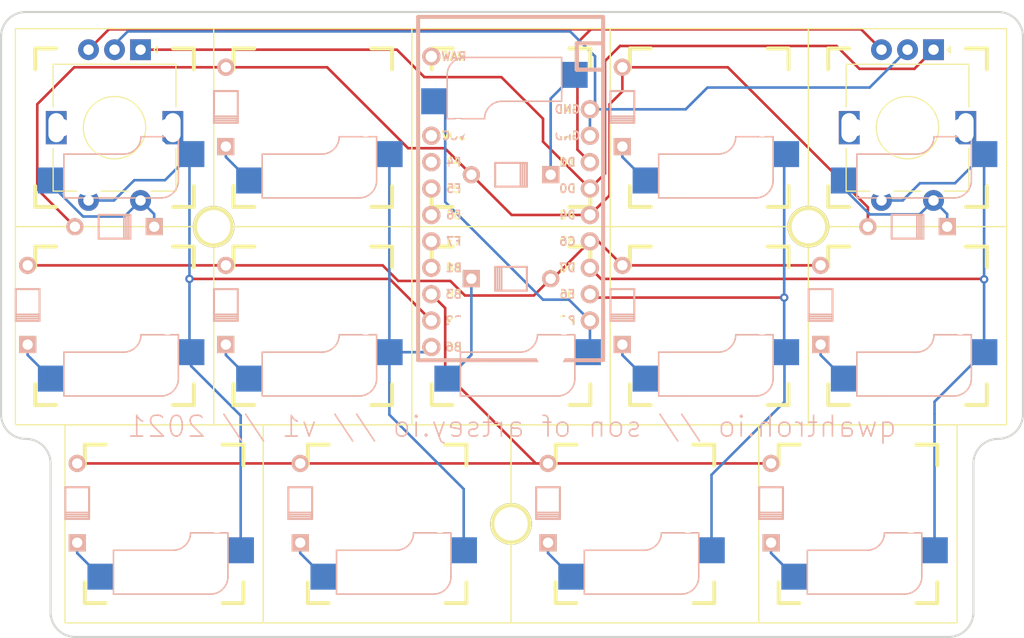
<source format=kicad_pcb>
(kicad_pcb (version 20171130) (host pcbnew "(5.1.10)-1")

  (general
    (thickness 1.6)
    (drawings 15)
    (tracks 157)
    (zones 0)
    (modules 34)
    (nets 26)
  )

  (page A4)
  (layers
    (0 F.Cu signal)
    (31 B.Cu signal)
    (32 B.Adhes user)
    (33 F.Adhes user)
    (34 B.Paste user)
    (35 F.Paste user)
    (36 B.SilkS user)
    (37 F.SilkS user)
    (38 B.Mask user)
    (39 F.Mask user)
    (40 Dwgs.User user)
    (41 Cmts.User user)
    (42 Eco1.User user)
    (43 Eco2.User user)
    (44 Edge.Cuts user)
    (45 Margin user)
    (46 B.CrtYd user)
    (47 F.CrtYd user)
    (48 B.Fab user)
    (49 F.Fab user)
  )

  (setup
    (last_trace_width 0.25)
    (trace_clearance 0.2)
    (zone_clearance 0.508)
    (zone_45_only no)
    (trace_min 0.2)
    (via_size 0.8)
    (via_drill 0.4)
    (via_min_size 0.4)
    (via_min_drill 0.3)
    (uvia_size 0.3)
    (uvia_drill 0.1)
    (uvias_allowed no)
    (uvia_min_size 0.2)
    (uvia_min_drill 0.1)
    (edge_width 0.05)
    (segment_width 0.2)
    (pcb_text_width 0.3)
    (pcb_text_size 1.5 1.5)
    (mod_edge_width 0.12)
    (mod_text_size 1 1)
    (mod_text_width 0.15)
    (pad_size 1.524 1.524)
    (pad_drill 0.762)
    (pad_to_mask_clearance 0)
    (aux_axis_origin 0 0)
    (visible_elements FFFFFF7F)
    (pcbplotparams
      (layerselection 0x010fc_ffffffff)
      (usegerberextensions true)
      (usegerberattributes true)
      (usegerberadvancedattributes false)
      (creategerberjobfile false)
      (excludeedgelayer true)
      (linewidth 0.100000)
      (plotframeref false)
      (viasonmask false)
      (mode 1)
      (useauxorigin false)
      (hpglpennumber 1)
      (hpglpenspeed 20)
      (hpglpendiameter 15.000000)
      (psnegative false)
      (psa4output false)
      (plotreference true)
      (plotvalue false)
      (plotinvisibletext false)
      (padsonsilk false)
      (subtractmaskfromsilk true)
      (outputformat 1)
      (mirror false)
      (drillshape 0)
      (scaleselection 1)
      (outputdirectory "qwahtrohio gerber/"))
  )

  (net 0 "")
  (net 1 "Net-(D1-Pad2)")
  (net 2 ROW1)
  (net 3 "Net-(D2-Pad2)")
  (net 4 ROW2)
  (net 5 "Net-(D3-Pad2)")
  (net 6 ROW3)
  (net 7 "Net-(D4-Pad2)")
  (net 8 "Net-(D5-Pad2)")
  (net 9 "Net-(D6-Pad2)")
  (net 10 "Net-(D7-Pad2)")
  (net 11 "Net-(D8-Pad2)")
  (net 12 "Net-(D9-Pad2)")
  (net 13 "Net-(D10-Pad2)")
  (net 14 "Net-(D11-Pad2)")
  (net 15 "Net-(D12-Pad2)")
  (net 16 "Net-(D13-Pad2)")
  (net 17 "Net-(D14-Pad2)")
  (net 18 COL1)
  (net 19 COL2)
  (net 20 COL3)
  (net 21 COL4)
  (net 22 COL5)
  (net 23 RotA)
  (net 24 RotB)
  (net 25 GND)

  (net_class Default "This is the default net class."
    (clearance 0.2)
    (trace_width 0.25)
    (via_dia 0.8)
    (via_drill 0.4)
    (uvia_dia 0.3)
    (uvia_drill 0.1)
    (add_net COL1)
    (add_net COL2)
    (add_net COL3)
    (add_net COL4)
    (add_net COL5)
    (add_net GND)
    (add_net "Net-(D1-Pad2)")
    (add_net "Net-(D10-Pad2)")
    (add_net "Net-(D11-Pad2)")
    (add_net "Net-(D12-Pad2)")
    (add_net "Net-(D13-Pad2)")
    (add_net "Net-(D14-Pad2)")
    (add_net "Net-(D2-Pad2)")
    (add_net "Net-(D3-Pad2)")
    (add_net "Net-(D4-Pad2)")
    (add_net "Net-(D5-Pad2)")
    (add_net "Net-(D6-Pad2)")
    (add_net "Net-(D7-Pad2)")
    (add_net "Net-(D8-Pad2)")
    (add_net "Net-(D9-Pad2)")
    (add_net ROW1)
    (add_net ROW2)
    (add_net ROW3)
    (add_net RotA)
    (add_net RotB)
  )

  (module Keebio-Parts:ArduinoProMicro_hotswap_socket_clear (layer B.Cu) (tedit 617209FB) (tstamp 6172EC57)
    (at 155.4625 90.825 270)
    (path /618482FA)
    (fp_text reference U1 (at 0 -1.625 270) (layer B.SilkS) hide
      (effects (font (size 1.27 1.524) (thickness 0.2032)) (justify mirror))
    )
    (fp_text value ProMicro_hotswap_socket_clearing (at 0 0 270) (layer B.SilkS) hide
      (effects (font (size 1.27 1.524) (thickness 0.2032)) (justify mirror))
    )
    (fp_text user D0 (at -1.27 -5.461 180) (layer F.SilkS)
      (effects (font (size 0.8 0.8) (thickness 0.15)))
    )
    (fp_text user D1 (at -3.81 -5.461 180) (layer F.SilkS)
      (effects (font (size 0.8 0.8) (thickness 0.15)))
    )
    (fp_text user GND (at -6.35 -5.461 180) (layer F.SilkS)
      (effects (font (size 0.8 0.8) (thickness 0.15)))
    )
    (fp_text user GND (at -8.89 -5.461 180) (layer F.SilkS)
      (effects (font (size 0.8 0.8) (thickness 0.15)))
    )
    (fp_text user D4 (at 1.27 -5.461 180) (layer F.SilkS)
      (effects (font (size 0.8 0.8) (thickness 0.15)))
    )
    (fp_text user C6 (at 3.81 -5.461 180) (layer F.SilkS)
      (effects (font (size 0.8 0.8) (thickness 0.15)))
    )
    (fp_text user D7 (at 6.35 -5.461 180) (layer F.SilkS)
      (effects (font (size 0.8 0.8) (thickness 0.15)))
    )
    (fp_text user E6 (at 8.89 -5.461 180) (layer F.SilkS)
      (effects (font (size 0.8 0.8) (thickness 0.15)))
    )
    (fp_text user B4 (at 11.43 -5.461 180) (layer F.SilkS)
      (effects (font (size 0.8 0.8) (thickness 0.15)))
    )
    (fp_text user B6 (at 13.97 5.461 180) (layer F.SilkS)
      (effects (font (size 0.8 0.8) (thickness 0.15)))
    )
    (fp_text user B2 (at 11.43 5.461 180) (layer B.SilkS)
      (effects (font (size 0.8 0.8) (thickness 0.15)) (justify mirror))
    )
    (fp_text user B3 (at 8.89 5.461 180) (layer F.SilkS)
      (effects (font (size 0.8 0.8) (thickness 0.15)))
    )
    (fp_text user B1 (at 6.35 5.461 180) (layer F.SilkS)
      (effects (font (size 0.8 0.8) (thickness 0.15)))
    )
    (fp_text user F7 (at 3.81 5.461 180) (layer B.SilkS)
      (effects (font (size 0.8 0.8) (thickness 0.15)) (justify mirror))
    )
    (fp_text user F6 (at 1.27 5.461 180) (layer B.SilkS)
      (effects (font (size 0.8 0.8) (thickness 0.15)) (justify mirror))
    )
    (fp_text user F5 (at -1.27 5.461 180) (layer B.SilkS)
      (effects (font (size 0.8 0.8) (thickness 0.15)) (justify mirror))
    )
    (fp_text user F4 (at -3.81 5.461 180) (layer F.SilkS)
      (effects (font (size 0.8 0.8) (thickness 0.15)))
    )
    (fp_text user VCC (at -6.35 5.461 180) (layer F.SilkS)
      (effects (font (size 0.8 0.8) (thickness 0.15)))
    )
    (fp_text user RAW (at -13.97 5.461 180) (layer F.SilkS)
      (effects (font (size 0.8 0.8) (thickness 0.15)))
    )
    (fp_text user RAW (at -13.97 5.461 180) (layer B.SilkS)
      (effects (font (size 0.8 0.8) (thickness 0.15)) (justify mirror))
    )
    (fp_text user VCC (at -6.35 5.461 180) (layer B.SilkS)
      (effects (font (size 0.8 0.8) (thickness 0.15)) (justify mirror))
    )
    (fp_text user F4 (at -3.81 5.461 180) (layer B.SilkS)
      (effects (font (size 0.8 0.8) (thickness 0.15)) (justify mirror))
    )
    (fp_text user F5 (at -1.27 5.461 180) (layer F.SilkS)
      (effects (font (size 0.8 0.8) (thickness 0.15)))
    )
    (fp_text user F6 (at 1.27 5.461 180) (layer F.SilkS)
      (effects (font (size 0.8 0.8) (thickness 0.15)))
    )
    (fp_text user F7 (at 3.81 5.461 180) (layer F.SilkS)
      (effects (font (size 0.8 0.8) (thickness 0.15)))
    )
    (fp_text user B1 (at 6.35 5.461 180) (layer B.SilkS)
      (effects (font (size 0.8 0.8) (thickness 0.15)) (justify mirror))
    )
    (fp_text user B3 (at 8.89 5.461 180) (layer B.SilkS)
      (effects (font (size 0.8 0.8) (thickness 0.15)) (justify mirror))
    )
    (fp_text user B2 (at 11.43 5.461 180) (layer F.SilkS)
      (effects (font (size 0.8 0.8) (thickness 0.15)))
    )
    (fp_text user B6 (at 13.97 5.461 180) (layer B.SilkS)
      (effects (font (size 0.8 0.8) (thickness 0.15)) (justify mirror))
    )
    (fp_text user B4 (at 11.43 -5.461 180) (layer B.SilkS)
      (effects (font (size 0.8 0.8) (thickness 0.15)) (justify mirror))
    )
    (fp_text user E6 (at 8.89 -5.461 180) (layer B.SilkS)
      (effects (font (size 0.8 0.8) (thickness 0.15)) (justify mirror))
    )
    (fp_text user D7 (at 6.35 -5.461 180) (layer B.SilkS)
      (effects (font (size 0.8 0.8) (thickness 0.15)) (justify mirror))
    )
    (fp_text user C6 (at 3.81 -5.461 180) (layer B.SilkS)
      (effects (font (size 0.8 0.8) (thickness 0.15)) (justify mirror))
    )
    (fp_text user D4 (at 1.27 -5.461 180) (layer B.SilkS)
      (effects (font (size 0.8 0.8) (thickness 0.15)) (justify mirror))
    )
    (fp_text user GND (at -8.89 -5.461 180) (layer B.SilkS)
      (effects (font (size 0.8 0.8) (thickness 0.15)) (justify mirror))
    )
    (fp_text user GND (at -6.35 -5.461 180) (layer B.SilkS)
      (effects (font (size 0.8 0.8) (thickness 0.15)) (justify mirror))
    )
    (fp_text user D1 (at -3.81 -5.461 180) (layer B.SilkS)
      (effects (font (size 0.8 0.8) (thickness 0.15)) (justify mirror))
    )
    (fp_text user D0 (at -1.27 -5.461 180) (layer B.SilkS)
      (effects (font (size 0.8 0.8) (thickness 0.15)) (justify mirror))
    )
    (fp_line (start -12.7 -6.35) (end -12.7 -8.89) (layer F.SilkS) (width 0.381))
    (fp_line (start -15.24 -6.35) (end -12.7 -6.35) (layer F.SilkS) (width 0.381))
    (fp_line (start -15.24 -8.89) (end 15.24 -8.89) (layer B.SilkS) (width 0.381))
    (fp_line (start 15.24 -8.89) (end 15.24 8.89) (layer B.SilkS) (width 0.381))
    (fp_line (start 15.24 8.89) (end -15.24 8.89) (layer B.SilkS) (width 0.381))
    (fp_line (start -15.24 -6.35) (end -12.7 -6.35) (layer B.SilkS) (width 0.381))
    (fp_line (start -12.7 -6.35) (end -12.7 -8.89) (layer B.SilkS) (width 0.381))
    (fp_line (start 15.24 8.89) (end -17.78 8.89) (layer F.SilkS) (width 0.381))
    (fp_line (start 15.24 -8.89) (end 15.24 8.89) (layer F.SilkS) (width 0.381))
    (fp_line (start -17.78 -8.89) (end 15.24 -8.89) (layer F.SilkS) (width 0.381))
    (fp_line (start -17.78 8.89) (end -17.78 -8.89) (layer F.SilkS) (width 0.381))
    (fp_line (start -15.24 8.89) (end -17.78 8.89) (layer B.SilkS) (width 0.381))
    (fp_line (start -17.78 8.89) (end -17.78 -8.89) (layer B.SilkS) (width 0.381))
    (fp_line (start -17.78 -8.89) (end -15.24 -8.89) (layer B.SilkS) (width 0.381))
    (fp_line (start -14.224 3.556) (end -14.224 -3.81) (layer Dwgs.User) (width 0.2))
    (fp_line (start -14.224 -3.81) (end -19.304 -3.81) (layer Dwgs.User) (width 0.2))
    (fp_line (start -19.304 -3.81) (end -19.304 3.556) (layer Dwgs.User) (width 0.2))
    (fp_line (start -19.304 3.556) (end -14.224 3.556) (layer Dwgs.User) (width 0.2))
    (fp_line (start -15.24 -6.35) (end -15.24 -8.89) (layer F.SilkS) (width 0.381))
    (fp_line (start -15.24 -6.35) (end -15.24 -8.89) (layer B.SilkS) (width 0.381))
    (pad 3 thru_hole circle (at -8.89 -7.62 270) (size 1.7526 1.7526) (drill 1.0922) (layers *.Cu *.SilkS *.Mask)
      (net 25 GND))
    (pad 4 thru_hole circle (at -6.35 -7.62 270) (size 1.7526 1.7526) (drill 1.0922) (layers *.Cu *.SilkS *.Mask)
      (net 25 GND))
    (pad 5 thru_hole circle (at -3.81 -7.62 270) (size 1.7526 1.7526) (drill 1.0922) (layers *.Cu *.SilkS *.Mask)
      (net 24 RotB))
    (pad 6 thru_hole circle (at -1.27 -7.62 270) (size 1.7526 1.7526) (drill 1.0922) (layers *.Cu *.SilkS *.Mask)
      (net 23 RotA))
    (pad 7 thru_hole circle (at 1.27 -7.62 270) (size 1.7526 1.7526) (drill 1.0922) (layers *.Cu *.SilkS *.Mask)
      (net 2 ROW1))
    (pad 8 thru_hole circle (at 3.81 -7.62 270) (size 1.7526 1.7526) (drill 1.0922) (layers *.Cu *.SilkS *.Mask)
      (net 4 ROW2))
    (pad 9 thru_hole circle (at 6.35 -7.62 270) (size 1.7526 1.7526) (drill 1.0922) (layers *.Cu *.SilkS *.Mask)
      (net 22 COL5))
    (pad 10 thru_hole circle (at 8.89 -7.62 270) (size 1.7526 1.7526) (drill 1.0922) (layers *.Cu *.SilkS *.Mask)
      (net 21 COL4))
    (pad 11 thru_hole circle (at 11.43 -7.62 270) (size 1.7526 1.7526) (drill 1.0922) (layers *.Cu *.SilkS *.Mask)
      (net 20 COL3))
    (pad 13 thru_hole circle (at 13.97 7.62 270) (size 1.7526 1.7526) (drill 1.0922) (layers *.Cu *.SilkS *.Mask)
      (net 19 COL2))
    (pad 14 thru_hole circle (at 11.43 7.62 270) (size 1.7526 1.7526) (drill 1.0922) (layers *.Cu *.SilkS *.Mask)
      (net 18 COL1))
    (pad 15 thru_hole circle (at 8.89 7.62 270) (size 1.7526 1.7526) (drill 1.0922) (layers *.Cu *.SilkS *.Mask)
      (net 6 ROW3))
    (pad 16 thru_hole circle (at 6.35 7.62 270) (size 1.7526 1.7526) (drill 1.0922) (layers *.Cu *.SilkS *.Mask))
    (pad 17 thru_hole circle (at 3.81 7.62 270) (size 1.7526 1.7526) (drill 1.0922) (layers *.Cu *.SilkS *.Mask))
    (pad 18 thru_hole circle (at 1.27 7.62 270) (size 1.7526 1.7526) (drill 1.0922) (layers *.Cu *.SilkS *.Mask))
    (pad 19 thru_hole circle (at -1.27 7.62 270) (size 1.7526 1.7526) (drill 1.0922) (layers *.Cu *.SilkS *.Mask))
    (pad 20 thru_hole circle (at -3.81 7.62 270) (size 1.7526 1.7526) (drill 1.0922) (layers *.Cu *.SilkS *.Mask))
    (pad 21 thru_hole circle (at -6.35 7.62 270) (size 1.7526 1.7526) (drill 1.0922) (layers *.Cu *.SilkS *.Mask))
    (pad 24 thru_hole circle (at -13.97 7.62 270) (size 1.7526 1.7526) (drill 1.0922) (layers *.Cu *.SilkS *.Mask))
    (model /Users/danny/Documents/proj/custom-keyboard/kicad-libs/3d_models/ArduinoProMicro.wrl
      (offset (xyz -13.96999979019165 -7.619999885559082 -5.841999912261963))
      (scale (xyz 0.395 0.395 0.395))
      (rotate (xyz 90 180 180))
    )
  )

  (module Keebio-Parts:RotaryEncoder_EC11 (layer F.Cu) (tedit 5D936EDB) (tstamp 6172C12A)
    (at 117.4 83.7 270)
    (descr "Alps rotary encoder, EC12E... with switch, vertical shaft, http://www.alps.com/prod/info/E/HTML/Encoder/Incremental/EC11/EC11E15204A3.html")
    (tags "rotary encoder")
    (path /618181CD)
    (fp_text reference SW2 (at -4.7 -7.2 90) (layer F.Fab)
      (effects (font (size 1 1) (thickness 0.15)))
    )
    (fp_text value Rotary_Encoder_Switch (at 0 7.9 90) (layer F.Fab)
      (effects (font (size 1 1) (thickness 0.15)))
    )
    (fp_text user %R (at 3.6 3.8 90) (layer F.Fab)
      (effects (font (size 1 1) (thickness 0.15)))
    )
    (fp_circle (center 0 0) (end 3 0) (layer F.Fab) (width 0.12))
    (fp_circle (center 0 0) (end 3 0) (layer F.SilkS) (width 0.12))
    (fp_line (start 8.5 7.1) (end -9 7.1) (layer F.CrtYd) (width 0.05))
    (fp_line (start 8.5 7.1) (end 8.5 -7.1) (layer F.CrtYd) (width 0.05))
    (fp_line (start -9 -7.1) (end -9 7.1) (layer F.CrtYd) (width 0.05))
    (fp_line (start -9 -7.1) (end 8.5 -7.1) (layer F.CrtYd) (width 0.05))
    (fp_line (start -5 -5.8) (end 6 -5.8) (layer F.Fab) (width 0.12))
    (fp_line (start 6 -5.8) (end 6 5.8) (layer F.Fab) (width 0.12))
    (fp_line (start 6 5.8) (end -6 5.8) (layer F.Fab) (width 0.12))
    (fp_line (start -6 5.8) (end -6 -4.7) (layer F.Fab) (width 0.12))
    (fp_line (start -6 -4.7) (end -5 -5.8) (layer F.Fab) (width 0.12))
    (fp_line (start 2 -5.9) (end 6.1 -5.9) (layer F.SilkS) (width 0.12))
    (fp_line (start 6.1 5.9) (end 2 5.9) (layer F.SilkS) (width 0.12))
    (fp_line (start -2 5.9) (end -6.1 5.9) (layer F.SilkS) (width 0.12))
    (fp_line (start -2 -5.9) (end -6.1 -5.9) (layer F.SilkS) (width 0.12))
    (fp_line (start -6.1 -5.9) (end -6.1 5.9) (layer F.SilkS) (width 0.12))
    (fp_line (start -7.5 -3.8) (end -7.8 -4.1) (layer F.SilkS) (width 0.12))
    (fp_line (start -7.8 -4.1) (end -7.2 -4.1) (layer F.SilkS) (width 0.12))
    (fp_line (start -7.2 -4.1) (end -7.5 -3.8) (layer F.SilkS) (width 0.12))
    (fp_line (start 0 -3) (end 0 3) (layer F.Fab) (width 0.12))
    (fp_line (start -3 0) (end 3 0) (layer F.Fab) (width 0.12))
    (fp_line (start 6.1 -5.9) (end 6.1 -3.5) (layer F.SilkS) (width 0.12))
    (fp_line (start 6.1 -1.3) (end 6.1 1.3) (layer F.SilkS) (width 0.12))
    (fp_line (start 6.1 3.5) (end 6.1 5.9) (layer F.SilkS) (width 0.12))
    (fp_line (start 0 -0.5) (end 0 0.5) (layer F.SilkS) (width 0.12))
    (fp_line (start -0.5 0) (end 0.5 0) (layer F.SilkS) (width 0.12))
    (pad A thru_hole rect (at -7.5 -2.5 270) (size 2 2) (drill 1) (layers *.Cu *.Mask)
      (net 23 RotA))
    (pad C thru_hole circle (at -7.5 0 270) (size 2 2) (drill 1) (layers *.Cu *.Mask)
      (net 25 GND))
    (pad B thru_hole circle (at -7.5 2.5 270) (size 2 2) (drill 1) (layers *.Cu *.Mask)
      (net 24 RotB))
    (pad "" np_thru_hole rect (at 0 -5.6 270) (size 3.2 2) (drill oval 2.8 1.5) (layers *.Cu *.Mask))
    (pad "" np_thru_hole rect (at 0 5.6 270) (size 3.2 2) (drill oval 2.8 1.5) (layers *.Cu *.Mask))
    (pad S2 thru_hole circle (at 7 -2.5 270) (size 2 2) (drill 1) (layers *.Cu *.Mask)
      (net 1 "Net-(D1-Pad2)"))
    (pad S1 thru_hole circle (at 7 2.5 270) (size 2 2) (drill 1) (layers *.Cu *.Mask)
      (net 18 COL1))
    (model ${KISYS3DMOD}/Rotary_Encoder.3dshapes/RotaryEncoder_Alps_EC11E-Switch_Vertical_H20mm.wrl
      (at (xyz 0 0 0))
      (scale (xyz 1 1 1))
      (rotate (xyz 0 0 0))
    )
  )

  (module keyboard_parts:Kailh_MX_Socket_1.25u (layer F.Cu) (tedit 61720664) (tstamp 6172548E)
    (at 143.59375 121.8)
    (path /5EF4348A)
    (fp_text reference K6 (at -6.35 -3.81) (layer Dwgs.User) hide
      (effects (font (size 1.524 1.524) (thickness 0.3048)))
    )
    (fp_text value KEYSW (at -6.35 -6.35) (layer Dwgs.User) hide
      (effects (font (size 1.524 1.524) (thickness 0.3048)))
    )
    (fp_arc (start 4.46 5.08) (end 4.46 6.755) (angle -90) (layer B.SilkS) (width 0.15))
    (fp_arc (start 0.865 0.865) (end 0.865 2.54) (angle -90) (layer B.SilkS) (width 0.15))
    (fp_line (start -11.90625 -9.525) (end -11.90625 9.525) (layer F.SilkS) (width 0.12))
    (fp_line (start 11.90625 -9.525) (end -11.90625 -9.525) (layer F.SilkS) (width 0.12))
    (fp_line (start 11.90625 9.525) (end 11.90625 -9.525) (layer F.SilkS) (width 0.12))
    (fp_line (start -11.90625 9.525) (end 11.90625 9.525) (layer F.SilkS) (width 0.12))
    (fp_line (start -7.62 5.62) (end -7.62 7.62) (layer F.SilkS) (width 0.381))
    (fp_line (start -7.62 -7.62) (end -5.62 -7.62) (layer F.SilkS) (width 0.381))
    (fp_line (start 7.62 7.62) (end 7.62 5.62) (layer F.SilkS) (width 0.381))
    (fp_line (start -7.62 7.62) (end -5.62 7.62) (layer F.SilkS) (width 0.381))
    (fp_line (start 6.135 0.865) (end 2.54 0.865) (layer B.SilkS) (width 0.15))
    (fp_line (start 6.135 5.08) (end 6.135 0.865) (layer B.SilkS) (width 0.15))
    (fp_line (start -4.865 6.75) (end -4.865 2.54) (layer B.SilkS) (width 0.15))
    (fp_line (start 4.46 6.755) (end -4.865 6.755) (layer B.SilkS) (width 0.15))
    (fp_line (start 0.865 2.54) (end -4.865 2.54) (layer B.SilkS) (width 0.15))
    (fp_line (start 5.62 -7.62) (end 7.62 -7.62) (layer F.SilkS) (width 0.381))
    (fp_line (start 7.62 -5.62) (end 7.62 -7.62) (layer F.SilkS) (width 0.381))
    (fp_line (start 5.62 7.62) (end 7.62 7.62) (layer F.SilkS) (width 0.381))
    (fp_line (start -7.62 -5.62) (end -7.62 -7.62) (layer F.SilkS) (width 0.381))
    (pad "" np_thru_hole circle (at 5.08 0) (size 1.7 1.7) (drill 1.7) (layers *.Cu *.Mask))
    (pad "" np_thru_hole circle (at -5.08 0) (size 1.7 1.7) (drill 1.7) (layers *.Cu *.Mask))
    (pad 2 smd rect (at -6.09 5.08) (size 2.55 2.5) (layers B.Cu B.Paste B.Mask)
      (net 9 "Net-(D6-Pad2)"))
    (pad "" np_thru_hole circle (at 3.81 2.54) (size 2.95 2.95) (drill 2.95) (layers *.Cu *.Mask))
    (pad "" np_thru_hole circle (at -2.54 5.08) (size 2.95 2.95) (drill 2.95) (layers *.Cu *.Mask))
    (pad "" np_thru_hole circle (at 0 0) (size 3.98018 3.98018) (drill 3.98018) (layers *.Cu *.Mask))
    (pad 1 smd rect (at 7.36 2.54) (size 2.55 2.5) (layers B.Cu B.Paste B.Mask)
      (net 19 COL2))
    (model /Users/cole/git/keyboard_parts.pretty/PG151101S11.step
      (offset (xyz -4.65 6.8 1.8))
      (scale (xyz 1 1 1))
      (rotate (xyz 180 0 0))
    )
  )

  (module keyboard_parts:Kailh_MX_Socket_1.25u (layer F.Cu) (tedit 61720664) (tstamp 61725524)
    (at 167.40625 121.8)
    (path /5EF6F174)
    (fp_text reference K11 (at -6.35 -3.81) (layer Dwgs.User) hide
      (effects (font (size 1.524 1.524) (thickness 0.3048)))
    )
    (fp_text value KEYSW (at -6.35 -6.35) (layer Dwgs.User) hide
      (effects (font (size 1.524 1.524) (thickness 0.3048)))
    )
    (fp_arc (start 4.46 5.08) (end 4.46 6.755) (angle -90) (layer B.SilkS) (width 0.15))
    (fp_arc (start 0.865 0.865) (end 0.865 2.54) (angle -90) (layer B.SilkS) (width 0.15))
    (fp_line (start -11.90625 -9.525) (end -11.90625 9.525) (layer F.SilkS) (width 0.12))
    (fp_line (start 11.90625 -9.525) (end -11.90625 -9.525) (layer F.SilkS) (width 0.12))
    (fp_line (start 11.90625 9.525) (end 11.90625 -9.525) (layer F.SilkS) (width 0.12))
    (fp_line (start -11.90625 9.525) (end 11.90625 9.525) (layer F.SilkS) (width 0.12))
    (fp_line (start -7.62 5.62) (end -7.62 7.62) (layer F.SilkS) (width 0.381))
    (fp_line (start -7.62 -7.62) (end -5.62 -7.62) (layer F.SilkS) (width 0.381))
    (fp_line (start 7.62 7.62) (end 7.62 5.62) (layer F.SilkS) (width 0.381))
    (fp_line (start -7.62 7.62) (end -5.62 7.62) (layer F.SilkS) (width 0.381))
    (fp_line (start 6.135 0.865) (end 2.54 0.865) (layer B.SilkS) (width 0.15))
    (fp_line (start 6.135 5.08) (end 6.135 0.865) (layer B.SilkS) (width 0.15))
    (fp_line (start -4.865 6.75) (end -4.865 2.54) (layer B.SilkS) (width 0.15))
    (fp_line (start 4.46 6.755) (end -4.865 6.755) (layer B.SilkS) (width 0.15))
    (fp_line (start 0.865 2.54) (end -4.865 2.54) (layer B.SilkS) (width 0.15))
    (fp_line (start 5.62 -7.62) (end 7.62 -7.62) (layer F.SilkS) (width 0.381))
    (fp_line (start 7.62 -5.62) (end 7.62 -7.62) (layer F.SilkS) (width 0.381))
    (fp_line (start 5.62 7.62) (end 7.62 7.62) (layer F.SilkS) (width 0.381))
    (fp_line (start -7.62 -5.62) (end -7.62 -7.62) (layer F.SilkS) (width 0.381))
    (pad "" np_thru_hole circle (at 5.08 0) (size 1.7 1.7) (drill 1.7) (layers *.Cu *.Mask))
    (pad "" np_thru_hole circle (at -5.08 0) (size 1.7 1.7) (drill 1.7) (layers *.Cu *.Mask))
    (pad 2 smd rect (at -6.09 5.08) (size 2.55 2.5) (layers B.Cu B.Paste B.Mask)
      (net 14 "Net-(D11-Pad2)"))
    (pad "" np_thru_hole circle (at 3.81 2.54) (size 2.95 2.95) (drill 2.95) (layers *.Cu *.Mask))
    (pad "" np_thru_hole circle (at -2.54 5.08) (size 2.95 2.95) (drill 2.95) (layers *.Cu *.Mask))
    (pad "" np_thru_hole circle (at 0 0) (size 3.98018 3.98018) (drill 3.98018) (layers *.Cu *.Mask))
    (pad 1 smd rect (at 7.36 2.54) (size 2.55 2.5) (layers B.Cu B.Paste B.Mask)
      (net 21 COL4))
    (model /Users/cole/git/keyboard_parts.pretty/PG151101S11.step
      (offset (xyz -4.65 6.8 1.8))
      (scale (xyz 1 1 1))
      (rotate (xyz 180 0 0))
    )
  )

  (module Keebio-Parts:RotaryEncoder_EC11 (layer F.Cu) (tedit 5D936EDB) (tstamp 6172734E)
    (at 193.6 83.7 270)
    (descr "Alps rotary encoder, EC12E... with switch, vertical shaft, http://www.alps.com/prod/info/E/HTML/Encoder/Incremental/EC11/EC11E15204A3.html")
    (tags "rotary encoder")
    (path /617B790B)
    (fp_text reference SW1 (at -4.7 -7.2 90) (layer F.Fab)
      (effects (font (size 1 1) (thickness 0.15)))
    )
    (fp_text value Rotary_Encoder_Switch (at 0 7.9 90) (layer F.Fab)
      (effects (font (size 1 1) (thickness 0.15)))
    )
    (fp_text user %R (at 3.6 3.8 90) (layer F.Fab)
      (effects (font (size 1 1) (thickness 0.15)))
    )
    (fp_circle (center 0 0) (end 3 0) (layer F.Fab) (width 0.12))
    (fp_circle (center 0 0) (end 3 0) (layer F.SilkS) (width 0.12))
    (fp_line (start 8.5 7.1) (end -9 7.1) (layer F.CrtYd) (width 0.05))
    (fp_line (start 8.5 7.1) (end 8.5 -7.1) (layer F.CrtYd) (width 0.05))
    (fp_line (start -9 -7.1) (end -9 7.1) (layer F.CrtYd) (width 0.05))
    (fp_line (start -9 -7.1) (end 8.5 -7.1) (layer F.CrtYd) (width 0.05))
    (fp_line (start -5 -5.8) (end 6 -5.8) (layer F.Fab) (width 0.12))
    (fp_line (start 6 -5.8) (end 6 5.8) (layer F.Fab) (width 0.12))
    (fp_line (start 6 5.8) (end -6 5.8) (layer F.Fab) (width 0.12))
    (fp_line (start -6 5.8) (end -6 -4.7) (layer F.Fab) (width 0.12))
    (fp_line (start -6 -4.7) (end -5 -5.8) (layer F.Fab) (width 0.12))
    (fp_line (start 2 -5.9) (end 6.1 -5.9) (layer F.SilkS) (width 0.12))
    (fp_line (start 6.1 5.9) (end 2 5.9) (layer F.SilkS) (width 0.12))
    (fp_line (start -2 5.9) (end -6.1 5.9) (layer F.SilkS) (width 0.12))
    (fp_line (start -2 -5.9) (end -6.1 -5.9) (layer F.SilkS) (width 0.12))
    (fp_line (start -6.1 -5.9) (end -6.1 5.9) (layer F.SilkS) (width 0.12))
    (fp_line (start -7.5 -3.8) (end -7.8 -4.1) (layer F.SilkS) (width 0.12))
    (fp_line (start -7.8 -4.1) (end -7.2 -4.1) (layer F.SilkS) (width 0.12))
    (fp_line (start -7.2 -4.1) (end -7.5 -3.8) (layer F.SilkS) (width 0.12))
    (fp_line (start 0 -3) (end 0 3) (layer F.Fab) (width 0.12))
    (fp_line (start -3 0) (end 3 0) (layer F.Fab) (width 0.12))
    (fp_line (start 6.1 -5.9) (end 6.1 -3.5) (layer F.SilkS) (width 0.12))
    (fp_line (start 6.1 -1.3) (end 6.1 1.3) (layer F.SilkS) (width 0.12))
    (fp_line (start 6.1 3.5) (end 6.1 5.9) (layer F.SilkS) (width 0.12))
    (fp_line (start 0 -0.5) (end 0 0.5) (layer F.SilkS) (width 0.12))
    (fp_line (start -0.5 0) (end 0.5 0) (layer F.SilkS) (width 0.12))
    (pad A thru_hole rect (at -7.5 -2.5 270) (size 2 2) (drill 1) (layers *.Cu *.Mask)
      (net 23 RotA))
    (pad C thru_hole circle (at -7.5 0 270) (size 2 2) (drill 1) (layers *.Cu *.Mask)
      (net 25 GND))
    (pad B thru_hole circle (at -7.5 2.5 270) (size 2 2) (drill 1) (layers *.Cu *.Mask)
      (net 24 RotB))
    (pad "" np_thru_hole rect (at 0 -5.6 270) (size 3.2 2) (drill oval 2.8 1.5) (layers *.Cu *.Mask))
    (pad "" np_thru_hole rect (at 0 5.6 270) (size 3.2 2) (drill oval 2.8 1.5) (layers *.Cu *.Mask))
    (pad S2 thru_hole circle (at 7 -2.5 270) (size 2 2) (drill 1) (layers *.Cu *.Mask)
      (net 15 "Net-(D12-Pad2)"))
    (pad S1 thru_hole circle (at 7 2.5 270) (size 2 2) (drill 1) (layers *.Cu *.Mask)
      (net 22 COL5))
    (model ${KISYS3DMOD}/Rotary_Encoder.3dshapes/RotaryEncoder_Alps_EC11E-Switch_Vertical_H20mm.wrl
      (at (xyz 0 0 0))
      (scale (xyz 1 1 1))
      (rotate (xyz 0 0 0))
    )
  )

  (module keyboard_parts:Kailh_MX_Socket (layer F.Cu) (tedit 6171E7F8) (tstamp 617272B4)
    (at 193.6 83.7)
    (path /617C2FB1)
    (fp_text reference K12 (at -6.35 -3.81) (layer Dwgs.User) hide
      (effects (font (size 1.524 1.524) (thickness 0.3048)))
    )
    (fp_text value KEYSW (at -6.35 -6.35) (layer Dwgs.User) hide
      (effects (font (size 1.524 1.524) (thickness 0.3048)))
    )
    (fp_arc (start 0.865 0.865) (end 0.865 2.54) (angle -90) (layer B.SilkS) (width 0.15))
    (fp_arc (start 4.46 5.08) (end 4.46 6.755) (angle -90) (layer B.SilkS) (width 0.15))
    (fp_line (start -9.525 -9.525) (end -9.525 9.525) (layer F.SilkS) (width 0.12))
    (fp_line (start 9.525 -9.525) (end -9.525 -9.525) (layer F.SilkS) (width 0.12))
    (fp_line (start 9.525 9.525) (end 9.525 -9.525) (layer F.SilkS) (width 0.12))
    (fp_line (start -9.525 9.525) (end 9.525 9.525) (layer F.SilkS) (width 0.12))
    (fp_line (start -7.62 5.62) (end -7.62 7.62) (layer F.SilkS) (width 0.381))
    (fp_line (start -7.62 -7.62) (end -5.62 -7.62) (layer F.SilkS) (width 0.381))
    (fp_line (start 7.62 7.62) (end 7.62 5.62) (layer F.SilkS) (width 0.381))
    (fp_line (start -7.62 7.62) (end -5.62 7.62) (layer F.SilkS) (width 0.381))
    (fp_line (start 6.135 0.865) (end 2.54 0.865) (layer B.SilkS) (width 0.15))
    (fp_line (start 6.135 5.08) (end 6.135 0.865) (layer B.SilkS) (width 0.15))
    (fp_line (start -4.865 6.75) (end -4.865 2.54) (layer B.SilkS) (width 0.15))
    (fp_line (start 4.46 6.755) (end -4.865 6.755) (layer B.SilkS) (width 0.15))
    (fp_line (start 0.865 2.54) (end -4.865 2.54) (layer B.SilkS) (width 0.15))
    (fp_line (start 5.62 -7.62) (end 7.62 -7.62) (layer F.SilkS) (width 0.381))
    (fp_line (start 7.62 -5.62) (end 7.62 -7.62) (layer F.SilkS) (width 0.381))
    (fp_line (start 5.62 7.62) (end 7.62 7.62) (layer F.SilkS) (width 0.381))
    (fp_line (start -7.62 -5.62) (end -7.62 -7.62) (layer F.SilkS) (width 0.381))
    (pad 1 smd rect (at 7.36 2.54) (size 2.55 2.5) (layers B.Cu B.Paste B.Mask)
      (net 22 COL5))
    (pad "" np_thru_hole circle (at 0 0) (size 3.98018 3.98018) (drill 3.98018) (layers *.Cu *.Mask))
    (pad "" np_thru_hole circle (at -2.54 5.08) (size 2.95 2.95) (drill 2.95) (layers *.Cu *.Mask))
    (pad "" np_thru_hole circle (at 3.81 2.54) (size 2.95 2.95) (drill 2.95) (layers *.Cu *.Mask))
    (pad 2 smd rect (at -6.09 5.08) (size 2.55 2.5) (layers B.Cu B.Paste B.Mask)
      (net 15 "Net-(D12-Pad2)"))
    (pad "" np_thru_hole circle (at -5.08 0) (size 1.7 1.7) (drill 1.7) (layers *.Cu *.Mask))
    (pad "" np_thru_hole circle (at 5.08 0) (size 1.7 1.7) (drill 1.7) (layers *.Cu *.Mask))
    (model /Users/cole/git/keyboard_parts.pretty/PG151101S11.step
      (offset (xyz -4.65 6.8 1.8))
      (scale (xyz 1 1 1))
      (rotate (xyz 180 0 0))
    )
  )

  (module keyboard_parts:Kailh_MX_Socket (layer F.Cu) (tedit 6171E7F8) (tstamp 61725560)
    (at 188.8375 121.8)
    (path /5EF86B08)
    (fp_text reference K14 (at -6.35 -3.81) (layer Dwgs.User) hide
      (effects (font (size 1.524 1.524) (thickness 0.3048)))
    )
    (fp_text value KEYSW (at -6.35 -6.35) (layer Dwgs.User) hide
      (effects (font (size 1.524 1.524) (thickness 0.3048)))
    )
    (fp_arc (start 0.865 0.865) (end 0.865 2.54) (angle -90) (layer B.SilkS) (width 0.15))
    (fp_arc (start 4.46 5.08) (end 4.46 6.755) (angle -90) (layer B.SilkS) (width 0.15))
    (fp_line (start -9.525 -9.525) (end -9.525 9.525) (layer F.SilkS) (width 0.12))
    (fp_line (start 9.525 -9.525) (end -9.525 -9.525) (layer F.SilkS) (width 0.12))
    (fp_line (start 9.525 9.525) (end 9.525 -9.525) (layer F.SilkS) (width 0.12))
    (fp_line (start -9.525 9.525) (end 9.525 9.525) (layer F.SilkS) (width 0.12))
    (fp_line (start -7.62 5.62) (end -7.62 7.62) (layer F.SilkS) (width 0.381))
    (fp_line (start -7.62 -7.62) (end -5.62 -7.62) (layer F.SilkS) (width 0.381))
    (fp_line (start 7.62 7.62) (end 7.62 5.62) (layer F.SilkS) (width 0.381))
    (fp_line (start -7.62 7.62) (end -5.62 7.62) (layer F.SilkS) (width 0.381))
    (fp_line (start 6.135 0.865) (end 2.54 0.865) (layer B.SilkS) (width 0.15))
    (fp_line (start 6.135 5.08) (end 6.135 0.865) (layer B.SilkS) (width 0.15))
    (fp_line (start -4.865 6.75) (end -4.865 2.54) (layer B.SilkS) (width 0.15))
    (fp_line (start 4.46 6.755) (end -4.865 6.755) (layer B.SilkS) (width 0.15))
    (fp_line (start 0.865 2.54) (end -4.865 2.54) (layer B.SilkS) (width 0.15))
    (fp_line (start 5.62 -7.62) (end 7.62 -7.62) (layer F.SilkS) (width 0.381))
    (fp_line (start 7.62 -5.62) (end 7.62 -7.62) (layer F.SilkS) (width 0.381))
    (fp_line (start 5.62 7.62) (end 7.62 7.62) (layer F.SilkS) (width 0.381))
    (fp_line (start -7.62 -5.62) (end -7.62 -7.62) (layer F.SilkS) (width 0.381))
    (pad 1 smd rect (at 7.36 2.54) (size 2.55 2.5) (layers B.Cu B.Paste B.Mask)
      (net 22 COL5))
    (pad "" np_thru_hole circle (at 0 0) (size 3.98018 3.98018) (drill 3.98018) (layers *.Cu *.Mask))
    (pad "" np_thru_hole circle (at -2.54 5.08) (size 2.95 2.95) (drill 2.95) (layers *.Cu *.Mask))
    (pad "" np_thru_hole circle (at 3.81 2.54) (size 2.95 2.95) (drill 2.95) (layers *.Cu *.Mask))
    (pad 2 smd rect (at -6.09 5.08) (size 2.55 2.5) (layers B.Cu B.Paste B.Mask)
      (net 17 "Net-(D14-Pad2)"))
    (pad "" np_thru_hole circle (at -5.08 0) (size 1.7 1.7) (drill 1.7) (layers *.Cu *.Mask))
    (pad "" np_thru_hole circle (at 5.08 0) (size 1.7 1.7) (drill 1.7) (layers *.Cu *.Mask))
    (model /Users/cole/git/keyboard_parts.pretty/PG151101S11.step
      (offset (xyz -4.65 6.8 1.8))
      (scale (xyz 1 1 1))
      (rotate (xyz 180 0 0))
    )
  )

  (module keyboard_parts:Kailh_MX_Socket (layer F.Cu) (tedit 6171E7F8) (tstamp 61725542)
    (at 193.6 102.75)
    (path /5EF86ABC)
    (fp_text reference K13 (at -6.35 -3.81) (layer Dwgs.User) hide
      (effects (font (size 1.524 1.524) (thickness 0.3048)))
    )
    (fp_text value KEYSW (at -6.35 -6.35) (layer Dwgs.User) hide
      (effects (font (size 1.524 1.524) (thickness 0.3048)))
    )
    (fp_arc (start 0.865 0.865) (end 0.865 2.54) (angle -90) (layer B.SilkS) (width 0.15))
    (fp_arc (start 4.46 5.08) (end 4.46 6.755) (angle -90) (layer B.SilkS) (width 0.15))
    (fp_line (start -9.525 -9.525) (end -9.525 9.525) (layer F.SilkS) (width 0.12))
    (fp_line (start 9.525 -9.525) (end -9.525 -9.525) (layer F.SilkS) (width 0.12))
    (fp_line (start 9.525 9.525) (end 9.525 -9.525) (layer F.SilkS) (width 0.12))
    (fp_line (start -9.525 9.525) (end 9.525 9.525) (layer F.SilkS) (width 0.12))
    (fp_line (start -7.62 5.62) (end -7.62 7.62) (layer F.SilkS) (width 0.381))
    (fp_line (start -7.62 -7.62) (end -5.62 -7.62) (layer F.SilkS) (width 0.381))
    (fp_line (start 7.62 7.62) (end 7.62 5.62) (layer F.SilkS) (width 0.381))
    (fp_line (start -7.62 7.62) (end -5.62 7.62) (layer F.SilkS) (width 0.381))
    (fp_line (start 6.135 0.865) (end 2.54 0.865) (layer B.SilkS) (width 0.15))
    (fp_line (start 6.135 5.08) (end 6.135 0.865) (layer B.SilkS) (width 0.15))
    (fp_line (start -4.865 6.75) (end -4.865 2.54) (layer B.SilkS) (width 0.15))
    (fp_line (start 4.46 6.755) (end -4.865 6.755) (layer B.SilkS) (width 0.15))
    (fp_line (start 0.865 2.54) (end -4.865 2.54) (layer B.SilkS) (width 0.15))
    (fp_line (start 5.62 -7.62) (end 7.62 -7.62) (layer F.SilkS) (width 0.381))
    (fp_line (start 7.62 -5.62) (end 7.62 -7.62) (layer F.SilkS) (width 0.381))
    (fp_line (start 5.62 7.62) (end 7.62 7.62) (layer F.SilkS) (width 0.381))
    (fp_line (start -7.62 -5.62) (end -7.62 -7.62) (layer F.SilkS) (width 0.381))
    (pad 1 smd rect (at 7.36 2.54) (size 2.55 2.5) (layers B.Cu B.Paste B.Mask)
      (net 22 COL5))
    (pad "" np_thru_hole circle (at 0 0) (size 3.98018 3.98018) (drill 3.98018) (layers *.Cu *.Mask))
    (pad "" np_thru_hole circle (at -2.54 5.08) (size 2.95 2.95) (drill 2.95) (layers *.Cu *.Mask))
    (pad "" np_thru_hole circle (at 3.81 2.54) (size 2.95 2.95) (drill 2.95) (layers *.Cu *.Mask))
    (pad 2 smd rect (at -6.09 5.08) (size 2.55 2.5) (layers B.Cu B.Paste B.Mask)
      (net 16 "Net-(D13-Pad2)"))
    (pad "" np_thru_hole circle (at -5.08 0) (size 1.7 1.7) (drill 1.7) (layers *.Cu *.Mask))
    (pad "" np_thru_hole circle (at 5.08 0) (size 1.7 1.7) (drill 1.7) (layers *.Cu *.Mask))
    (model /Users/cole/git/keyboard_parts.pretty/PG151101S11.step
      (offset (xyz -4.65 6.8 1.8))
      (scale (xyz 1 1 1))
      (rotate (xyz 180 0 0))
    )
  )

  (module keyboard_parts:Kailh_MX_Socket (layer F.Cu) (tedit 6171E7F8) (tstamp 61725506)
    (at 174.55 102.75)
    (path /5EF6F122)
    (fp_text reference K10 (at -6.35 -3.81) (layer Dwgs.User) hide
      (effects (font (size 1.524 1.524) (thickness 0.3048)))
    )
    (fp_text value KEYSW (at -6.35 -6.35) (layer Dwgs.User) hide
      (effects (font (size 1.524 1.524) (thickness 0.3048)))
    )
    (fp_arc (start 0.865 0.865) (end 0.865 2.54) (angle -90) (layer B.SilkS) (width 0.15))
    (fp_arc (start 4.46 5.08) (end 4.46 6.755) (angle -90) (layer B.SilkS) (width 0.15))
    (fp_line (start -9.525 -9.525) (end -9.525 9.525) (layer F.SilkS) (width 0.12))
    (fp_line (start 9.525 -9.525) (end -9.525 -9.525) (layer F.SilkS) (width 0.12))
    (fp_line (start 9.525 9.525) (end 9.525 -9.525) (layer F.SilkS) (width 0.12))
    (fp_line (start -9.525 9.525) (end 9.525 9.525) (layer F.SilkS) (width 0.12))
    (fp_line (start -7.62 5.62) (end -7.62 7.62) (layer F.SilkS) (width 0.381))
    (fp_line (start -7.62 -7.62) (end -5.62 -7.62) (layer F.SilkS) (width 0.381))
    (fp_line (start 7.62 7.62) (end 7.62 5.62) (layer F.SilkS) (width 0.381))
    (fp_line (start -7.62 7.62) (end -5.62 7.62) (layer F.SilkS) (width 0.381))
    (fp_line (start 6.135 0.865) (end 2.54 0.865) (layer B.SilkS) (width 0.15))
    (fp_line (start 6.135 5.08) (end 6.135 0.865) (layer B.SilkS) (width 0.15))
    (fp_line (start -4.865 6.75) (end -4.865 2.54) (layer B.SilkS) (width 0.15))
    (fp_line (start 4.46 6.755) (end -4.865 6.755) (layer B.SilkS) (width 0.15))
    (fp_line (start 0.865 2.54) (end -4.865 2.54) (layer B.SilkS) (width 0.15))
    (fp_line (start 5.62 -7.62) (end 7.62 -7.62) (layer F.SilkS) (width 0.381))
    (fp_line (start 7.62 -5.62) (end 7.62 -7.62) (layer F.SilkS) (width 0.381))
    (fp_line (start 5.62 7.62) (end 7.62 7.62) (layer F.SilkS) (width 0.381))
    (fp_line (start -7.62 -5.62) (end -7.62 -7.62) (layer F.SilkS) (width 0.381))
    (pad 1 smd rect (at 7.36 2.54) (size 2.55 2.5) (layers B.Cu B.Paste B.Mask)
      (net 21 COL4))
    (pad "" np_thru_hole circle (at 0 0) (size 3.98018 3.98018) (drill 3.98018) (layers *.Cu *.Mask))
    (pad "" np_thru_hole circle (at -2.54 5.08) (size 2.95 2.95) (drill 2.95) (layers *.Cu *.Mask))
    (pad "" np_thru_hole circle (at 3.81 2.54) (size 2.95 2.95) (drill 2.95) (layers *.Cu *.Mask))
    (pad 2 smd rect (at -6.09 5.08) (size 2.55 2.5) (layers B.Cu B.Paste B.Mask)
      (net 13 "Net-(D10-Pad2)"))
    (pad "" np_thru_hole circle (at -5.08 0) (size 1.7 1.7) (drill 1.7) (layers *.Cu *.Mask))
    (pad "" np_thru_hole circle (at 5.08 0) (size 1.7 1.7) (drill 1.7) (layers *.Cu *.Mask))
    (model /Users/cole/git/keyboard_parts.pretty/PG151101S11.step
      (offset (xyz -4.65 6.8 1.8))
      (scale (xyz 1 1 1))
      (rotate (xyz 180 0 0))
    )
  )

  (module keyboard_parts:Kailh_MX_Socket (layer F.Cu) (tedit 6171E7F8) (tstamp 617254E8)
    (at 174.55 83.7)
    (path /5EF6F10E)
    (fp_text reference K9 (at -6.35 -3.81) (layer Dwgs.User) hide
      (effects (font (size 1.524 1.524) (thickness 0.3048)))
    )
    (fp_text value KEYSW (at -6.35 -6.35) (layer Dwgs.User) hide
      (effects (font (size 1.524 1.524) (thickness 0.3048)))
    )
    (fp_arc (start 0.865 0.865) (end 0.865 2.54) (angle -90) (layer B.SilkS) (width 0.15))
    (fp_arc (start 4.46 5.08) (end 4.46 6.755) (angle -90) (layer B.SilkS) (width 0.15))
    (fp_line (start -9.525 -9.525) (end -9.525 9.525) (layer F.SilkS) (width 0.12))
    (fp_line (start 9.525 -9.525) (end -9.525 -9.525) (layer F.SilkS) (width 0.12))
    (fp_line (start 9.525 9.525) (end 9.525 -9.525) (layer F.SilkS) (width 0.12))
    (fp_line (start -9.525 9.525) (end 9.525 9.525) (layer F.SilkS) (width 0.12))
    (fp_line (start -7.62 5.62) (end -7.62 7.62) (layer F.SilkS) (width 0.381))
    (fp_line (start -7.62 -7.62) (end -5.62 -7.62) (layer F.SilkS) (width 0.381))
    (fp_line (start 7.62 7.62) (end 7.62 5.62) (layer F.SilkS) (width 0.381))
    (fp_line (start -7.62 7.62) (end -5.62 7.62) (layer F.SilkS) (width 0.381))
    (fp_line (start 6.135 0.865) (end 2.54 0.865) (layer B.SilkS) (width 0.15))
    (fp_line (start 6.135 5.08) (end 6.135 0.865) (layer B.SilkS) (width 0.15))
    (fp_line (start -4.865 6.75) (end -4.865 2.54) (layer B.SilkS) (width 0.15))
    (fp_line (start 4.46 6.755) (end -4.865 6.755) (layer B.SilkS) (width 0.15))
    (fp_line (start 0.865 2.54) (end -4.865 2.54) (layer B.SilkS) (width 0.15))
    (fp_line (start 5.62 -7.62) (end 7.62 -7.62) (layer F.SilkS) (width 0.381))
    (fp_line (start 7.62 -5.62) (end 7.62 -7.62) (layer F.SilkS) (width 0.381))
    (fp_line (start 5.62 7.62) (end 7.62 7.62) (layer F.SilkS) (width 0.381))
    (fp_line (start -7.62 -5.62) (end -7.62 -7.62) (layer F.SilkS) (width 0.381))
    (pad 1 smd rect (at 7.36 2.54) (size 2.55 2.5) (layers B.Cu B.Paste B.Mask)
      (net 21 COL4))
    (pad "" np_thru_hole circle (at 0 0) (size 3.98018 3.98018) (drill 3.98018) (layers *.Cu *.Mask))
    (pad "" np_thru_hole circle (at -2.54 5.08) (size 2.95 2.95) (drill 2.95) (layers *.Cu *.Mask))
    (pad "" np_thru_hole circle (at 3.81 2.54) (size 2.95 2.95) (drill 2.95) (layers *.Cu *.Mask))
    (pad 2 smd rect (at -6.09 5.08) (size 2.55 2.5) (layers B.Cu B.Paste B.Mask)
      (net 12 "Net-(D9-Pad2)"))
    (pad "" np_thru_hole circle (at -5.08 0) (size 1.7 1.7) (drill 1.7) (layers *.Cu *.Mask))
    (pad "" np_thru_hole circle (at 5.08 0) (size 1.7 1.7) (drill 1.7) (layers *.Cu *.Mask))
    (model /Users/cole/git/keyboard_parts.pretty/PG151101S11.step
      (offset (xyz -4.65 6.8 1.8))
      (scale (xyz 1 1 1))
      (rotate (xyz 180 0 0))
    )
  )

  (module keyboard_parts:Kailh_MX_Socket (layer F.Cu) (tedit 6171E7F8) (tstamp 617254CA)
    (at 155.5 102.75)
    (path /5EF6F0FA)
    (fp_text reference K8 (at -6.35 -3.81) (layer Dwgs.User) hide
      (effects (font (size 1.524 1.524) (thickness 0.3048)))
    )
    (fp_text value KEYSW (at -6.35 -6.35) (layer Dwgs.User) hide
      (effects (font (size 1.524 1.524) (thickness 0.3048)))
    )
    (fp_arc (start 0.865 0.865) (end 0.865 2.54) (angle -90) (layer B.SilkS) (width 0.15))
    (fp_arc (start 4.46 5.08) (end 4.46 6.755) (angle -90) (layer B.SilkS) (width 0.15))
    (fp_line (start -9.525 -9.525) (end -9.525 9.525) (layer F.SilkS) (width 0.12))
    (fp_line (start 9.525 -9.525) (end -9.525 -9.525) (layer F.SilkS) (width 0.12))
    (fp_line (start 9.525 9.525) (end 9.525 -9.525) (layer F.SilkS) (width 0.12))
    (fp_line (start -9.525 9.525) (end 9.525 9.525) (layer F.SilkS) (width 0.12))
    (fp_line (start -7.62 5.62) (end -7.62 7.62) (layer F.SilkS) (width 0.381))
    (fp_line (start -7.62 -7.62) (end -5.62 -7.62) (layer F.SilkS) (width 0.381))
    (fp_line (start 7.62 7.62) (end 7.62 5.62) (layer F.SilkS) (width 0.381))
    (fp_line (start -7.62 7.62) (end -5.62 7.62) (layer F.SilkS) (width 0.381))
    (fp_line (start 6.135 0.865) (end 2.54 0.865) (layer B.SilkS) (width 0.15))
    (fp_line (start 6.135 5.08) (end 6.135 0.865) (layer B.SilkS) (width 0.15))
    (fp_line (start -4.865 6.75) (end -4.865 2.54) (layer B.SilkS) (width 0.15))
    (fp_line (start 4.46 6.755) (end -4.865 6.755) (layer B.SilkS) (width 0.15))
    (fp_line (start 0.865 2.54) (end -4.865 2.54) (layer B.SilkS) (width 0.15))
    (fp_line (start 5.62 -7.62) (end 7.62 -7.62) (layer F.SilkS) (width 0.381))
    (fp_line (start 7.62 -5.62) (end 7.62 -7.62) (layer F.SilkS) (width 0.381))
    (fp_line (start 5.62 7.62) (end 7.62 7.62) (layer F.SilkS) (width 0.381))
    (fp_line (start -7.62 -5.62) (end -7.62 -7.62) (layer F.SilkS) (width 0.381))
    (pad 1 smd rect (at 7.36 2.54) (size 2.55 2.5) (layers B.Cu B.Paste B.Mask)
      (net 20 COL3))
    (pad "" np_thru_hole circle (at 0 0) (size 3.98018 3.98018) (drill 3.98018) (layers *.Cu *.Mask))
    (pad "" np_thru_hole circle (at -2.54 5.08) (size 2.95 2.95) (drill 2.95) (layers *.Cu *.Mask))
    (pad "" np_thru_hole circle (at 3.81 2.54) (size 2.95 2.95) (drill 2.95) (layers *.Cu *.Mask))
    (pad 2 smd rect (at -6.09 5.08) (size 2.55 2.5) (layers B.Cu B.Paste B.Mask)
      (net 11 "Net-(D8-Pad2)"))
    (pad "" np_thru_hole circle (at -5.08 0) (size 1.7 1.7) (drill 1.7) (layers *.Cu *.Mask))
    (pad "" np_thru_hole circle (at 5.08 0) (size 1.7 1.7) (drill 1.7) (layers *.Cu *.Mask))
    (model /Users/cole/git/keyboard_parts.pretty/PG151101S11.step
      (offset (xyz -4.65 6.8 1.8))
      (scale (xyz 1 1 1))
      (rotate (xyz 180 0 0))
    )
  )

  (module keyboard_parts:Kailh_MX_Socket (layer F.Cu) (tedit 6171E7F8) (tstamp 6172F173)
    (at 155.5 83.7 180)
    (path /5EF6F0E6)
    (fp_text reference K7 (at -6.35 -3.81) (layer Dwgs.User) hide
      (effects (font (size 1.524 1.524) (thickness 0.3048)))
    )
    (fp_text value KEYSW (at -6.35 -6.35) (layer Dwgs.User) hide
      (effects (font (size 1.524 1.524) (thickness 0.3048)))
    )
    (fp_arc (start 0.865 0.865) (end 0.865 2.54) (angle -90) (layer B.SilkS) (width 0.15))
    (fp_arc (start 4.46 5.08) (end 4.46 6.755) (angle -90) (layer B.SilkS) (width 0.15))
    (fp_line (start -9.525 -9.525) (end -9.525 9.525) (layer F.SilkS) (width 0.12))
    (fp_line (start 9.525 -9.525) (end -9.525 -9.525) (layer F.SilkS) (width 0.12))
    (fp_line (start 9.525 9.525) (end 9.525 -9.525) (layer F.SilkS) (width 0.12))
    (fp_line (start -9.525 9.525) (end 9.525 9.525) (layer F.SilkS) (width 0.12))
    (fp_line (start -7.62 5.62) (end -7.62 7.62) (layer F.SilkS) (width 0.381))
    (fp_line (start -7.62 -7.62) (end -5.62 -7.62) (layer F.SilkS) (width 0.381))
    (fp_line (start 7.62 7.62) (end 7.62 5.62) (layer F.SilkS) (width 0.381))
    (fp_line (start -7.62 7.62) (end -5.62 7.62) (layer F.SilkS) (width 0.381))
    (fp_line (start 6.135 0.865) (end 2.54 0.865) (layer B.SilkS) (width 0.15))
    (fp_line (start 6.135 5.08) (end 6.135 0.865) (layer B.SilkS) (width 0.15))
    (fp_line (start -4.865 6.75) (end -4.865 2.54) (layer B.SilkS) (width 0.15))
    (fp_line (start 4.46 6.755) (end -4.865 6.755) (layer B.SilkS) (width 0.15))
    (fp_line (start 0.865 2.54) (end -4.865 2.54) (layer B.SilkS) (width 0.15))
    (fp_line (start 5.62 -7.62) (end 7.62 -7.62) (layer F.SilkS) (width 0.381))
    (fp_line (start 7.62 -5.62) (end 7.62 -7.62) (layer F.SilkS) (width 0.381))
    (fp_line (start 5.62 7.62) (end 7.62 7.62) (layer F.SilkS) (width 0.381))
    (fp_line (start -7.62 -5.62) (end -7.62 -7.62) (layer F.SilkS) (width 0.381))
    (pad 1 smd rect (at 7.36 2.54 180) (size 2.55 2.5) (layers B.Cu B.Paste B.Mask)
      (net 20 COL3))
    (pad "" np_thru_hole circle (at 0 0 180) (size 3.98018 3.98018) (drill 3.98018) (layers *.Cu *.Mask))
    (pad "" np_thru_hole circle (at -2.54 5.08 180) (size 2.95 2.95) (drill 2.95) (layers *.Cu *.Mask))
    (pad "" np_thru_hole circle (at 3.81 2.54 180) (size 2.95 2.95) (drill 2.95) (layers *.Cu *.Mask))
    (pad 2 smd rect (at -6.09 5.08 180) (size 2.55 2.5) (layers B.Cu B.Paste B.Mask)
      (net 10 "Net-(D7-Pad2)"))
    (pad "" np_thru_hole circle (at -5.08 0 180) (size 1.7 1.7) (drill 1.7) (layers *.Cu *.Mask))
    (pad "" np_thru_hole circle (at 5.08 0 180) (size 1.7 1.7) (drill 1.7) (layers *.Cu *.Mask))
    (model /Users/cole/git/keyboard_parts.pretty/PG151101S11.step
      (offset (xyz -4.65 6.8 1.8))
      (scale (xyz 1 1 1))
      (rotate (xyz 180 0 0))
    )
  )

  (module keyboard_parts:Kailh_MX_Socket (layer F.Cu) (tedit 6171E7F8) (tstamp 61725470)
    (at 136.45 102.75)
    (path /5EF1C64E)
    (fp_text reference K5 (at -6.35 -3.81) (layer Dwgs.User) hide
      (effects (font (size 1.524 1.524) (thickness 0.3048)))
    )
    (fp_text value KEYSW (at -6.35 -6.35) (layer Dwgs.User) hide
      (effects (font (size 1.524 1.524) (thickness 0.3048)))
    )
    (fp_arc (start 0.865 0.865) (end 0.865 2.54) (angle -90) (layer B.SilkS) (width 0.15))
    (fp_arc (start 4.46 5.08) (end 4.46 6.755) (angle -90) (layer B.SilkS) (width 0.15))
    (fp_line (start -9.525 -9.525) (end -9.525 9.525) (layer F.SilkS) (width 0.12))
    (fp_line (start 9.525 -9.525) (end -9.525 -9.525) (layer F.SilkS) (width 0.12))
    (fp_line (start 9.525 9.525) (end 9.525 -9.525) (layer F.SilkS) (width 0.12))
    (fp_line (start -9.525 9.525) (end 9.525 9.525) (layer F.SilkS) (width 0.12))
    (fp_line (start -7.62 5.62) (end -7.62 7.62) (layer F.SilkS) (width 0.381))
    (fp_line (start -7.62 -7.62) (end -5.62 -7.62) (layer F.SilkS) (width 0.381))
    (fp_line (start 7.62 7.62) (end 7.62 5.62) (layer F.SilkS) (width 0.381))
    (fp_line (start -7.62 7.62) (end -5.62 7.62) (layer F.SilkS) (width 0.381))
    (fp_line (start 6.135 0.865) (end 2.54 0.865) (layer B.SilkS) (width 0.15))
    (fp_line (start 6.135 5.08) (end 6.135 0.865) (layer B.SilkS) (width 0.15))
    (fp_line (start -4.865 6.75) (end -4.865 2.54) (layer B.SilkS) (width 0.15))
    (fp_line (start 4.46 6.755) (end -4.865 6.755) (layer B.SilkS) (width 0.15))
    (fp_line (start 0.865 2.54) (end -4.865 2.54) (layer B.SilkS) (width 0.15))
    (fp_line (start 5.62 -7.62) (end 7.62 -7.62) (layer F.SilkS) (width 0.381))
    (fp_line (start 7.62 -5.62) (end 7.62 -7.62) (layer F.SilkS) (width 0.381))
    (fp_line (start 5.62 7.62) (end 7.62 7.62) (layer F.SilkS) (width 0.381))
    (fp_line (start -7.62 -5.62) (end -7.62 -7.62) (layer F.SilkS) (width 0.381))
    (pad 1 smd rect (at 7.36 2.54) (size 2.55 2.5) (layers B.Cu B.Paste B.Mask)
      (net 19 COL2))
    (pad "" np_thru_hole circle (at 0 0) (size 3.98018 3.98018) (drill 3.98018) (layers *.Cu *.Mask))
    (pad "" np_thru_hole circle (at -2.54 5.08) (size 2.95 2.95) (drill 2.95) (layers *.Cu *.Mask))
    (pad "" np_thru_hole circle (at 3.81 2.54) (size 2.95 2.95) (drill 2.95) (layers *.Cu *.Mask))
    (pad 2 smd rect (at -6.09 5.08) (size 2.55 2.5) (layers B.Cu B.Paste B.Mask)
      (net 8 "Net-(D5-Pad2)"))
    (pad "" np_thru_hole circle (at -5.08 0) (size 1.7 1.7) (drill 1.7) (layers *.Cu *.Mask))
    (pad "" np_thru_hole circle (at 5.08 0) (size 1.7 1.7) (drill 1.7) (layers *.Cu *.Mask))
    (model /Users/cole/git/keyboard_parts.pretty/PG151101S11.step
      (offset (xyz -4.65 6.8 1.8))
      (scale (xyz 1 1 1))
      (rotate (xyz 180 0 0))
    )
  )

  (module keyboard_parts:Kailh_MX_Socket (layer F.Cu) (tedit 6171E7F8) (tstamp 61725452)
    (at 136.45 83.7)
    (path /5EF1C63A)
    (fp_text reference K4 (at -6.35 -3.81) (layer Dwgs.User) hide
      (effects (font (size 1.524 1.524) (thickness 0.3048)))
    )
    (fp_text value KEYSW (at -6.35 -6.35) (layer Dwgs.User) hide
      (effects (font (size 1.524 1.524) (thickness 0.3048)))
    )
    (fp_arc (start 0.865 0.865) (end 0.865 2.54) (angle -90) (layer B.SilkS) (width 0.15))
    (fp_arc (start 4.46 5.08) (end 4.46 6.755) (angle -90) (layer B.SilkS) (width 0.15))
    (fp_line (start -9.525 -9.525) (end -9.525 9.525) (layer F.SilkS) (width 0.12))
    (fp_line (start 9.525 -9.525) (end -9.525 -9.525) (layer F.SilkS) (width 0.12))
    (fp_line (start 9.525 9.525) (end 9.525 -9.525) (layer F.SilkS) (width 0.12))
    (fp_line (start -9.525 9.525) (end 9.525 9.525) (layer F.SilkS) (width 0.12))
    (fp_line (start -7.62 5.62) (end -7.62 7.62) (layer F.SilkS) (width 0.381))
    (fp_line (start -7.62 -7.62) (end -5.62 -7.62) (layer F.SilkS) (width 0.381))
    (fp_line (start 7.62 7.62) (end 7.62 5.62) (layer F.SilkS) (width 0.381))
    (fp_line (start -7.62 7.62) (end -5.62 7.62) (layer F.SilkS) (width 0.381))
    (fp_line (start 6.135 0.865) (end 2.54 0.865) (layer B.SilkS) (width 0.15))
    (fp_line (start 6.135 5.08) (end 6.135 0.865) (layer B.SilkS) (width 0.15))
    (fp_line (start -4.865 6.75) (end -4.865 2.54) (layer B.SilkS) (width 0.15))
    (fp_line (start 4.46 6.755) (end -4.865 6.755) (layer B.SilkS) (width 0.15))
    (fp_line (start 0.865 2.54) (end -4.865 2.54) (layer B.SilkS) (width 0.15))
    (fp_line (start 5.62 -7.62) (end 7.62 -7.62) (layer F.SilkS) (width 0.381))
    (fp_line (start 7.62 -5.62) (end 7.62 -7.62) (layer F.SilkS) (width 0.381))
    (fp_line (start 5.62 7.62) (end 7.62 7.62) (layer F.SilkS) (width 0.381))
    (fp_line (start -7.62 -5.62) (end -7.62 -7.62) (layer F.SilkS) (width 0.381))
    (pad 1 smd rect (at 7.36 2.54) (size 2.55 2.5) (layers B.Cu B.Paste B.Mask)
      (net 19 COL2))
    (pad "" np_thru_hole circle (at 0 0) (size 3.98018 3.98018) (drill 3.98018) (layers *.Cu *.Mask))
    (pad "" np_thru_hole circle (at -2.54 5.08) (size 2.95 2.95) (drill 2.95) (layers *.Cu *.Mask))
    (pad "" np_thru_hole circle (at 3.81 2.54) (size 2.95 2.95) (drill 2.95) (layers *.Cu *.Mask))
    (pad 2 smd rect (at -6.09 5.08) (size 2.55 2.5) (layers B.Cu B.Paste B.Mask)
      (net 7 "Net-(D4-Pad2)"))
    (pad "" np_thru_hole circle (at -5.08 0) (size 1.7 1.7) (drill 1.7) (layers *.Cu *.Mask))
    (pad "" np_thru_hole circle (at 5.08 0) (size 1.7 1.7) (drill 1.7) (layers *.Cu *.Mask))
    (model /Users/cole/git/keyboard_parts.pretty/PG151101S11.step
      (offset (xyz -4.65 6.8 1.8))
      (scale (xyz 1 1 1))
      (rotate (xyz 180 0 0))
    )
  )

  (module keyboard_parts:Kailh_MX_Socket (layer F.Cu) (tedit 6171E7F8) (tstamp 61725434)
    (at 122.1625 121.8)
    (path /5EF43462)
    (fp_text reference K3 (at -6.35 -3.81) (layer Dwgs.User) hide
      (effects (font (size 1.524 1.524) (thickness 0.3048)))
    )
    (fp_text value KEYSW (at -6.35 -6.35) (layer Dwgs.User) hide
      (effects (font (size 1.524 1.524) (thickness 0.3048)))
    )
    (fp_arc (start 0.865 0.865) (end 0.865 2.54) (angle -90) (layer B.SilkS) (width 0.15))
    (fp_arc (start 4.46 5.08) (end 4.46 6.755) (angle -90) (layer B.SilkS) (width 0.15))
    (fp_line (start -9.525 -9.525) (end -9.525 9.525) (layer F.SilkS) (width 0.12))
    (fp_line (start 9.525 -9.525) (end -9.525 -9.525) (layer F.SilkS) (width 0.12))
    (fp_line (start 9.525 9.525) (end 9.525 -9.525) (layer F.SilkS) (width 0.12))
    (fp_line (start -9.525 9.525) (end 9.525 9.525) (layer F.SilkS) (width 0.12))
    (fp_line (start -7.62 5.62) (end -7.62 7.62) (layer F.SilkS) (width 0.381))
    (fp_line (start -7.62 -7.62) (end -5.62 -7.62) (layer F.SilkS) (width 0.381))
    (fp_line (start 7.62 7.62) (end 7.62 5.62) (layer F.SilkS) (width 0.381))
    (fp_line (start -7.62 7.62) (end -5.62 7.62) (layer F.SilkS) (width 0.381))
    (fp_line (start 6.135 0.865) (end 2.54 0.865) (layer B.SilkS) (width 0.15))
    (fp_line (start 6.135 5.08) (end 6.135 0.865) (layer B.SilkS) (width 0.15))
    (fp_line (start -4.865 6.75) (end -4.865 2.54) (layer B.SilkS) (width 0.15))
    (fp_line (start 4.46 6.755) (end -4.865 6.755) (layer B.SilkS) (width 0.15))
    (fp_line (start 0.865 2.54) (end -4.865 2.54) (layer B.SilkS) (width 0.15))
    (fp_line (start 5.62 -7.62) (end 7.62 -7.62) (layer F.SilkS) (width 0.381))
    (fp_line (start 7.62 -5.62) (end 7.62 -7.62) (layer F.SilkS) (width 0.381))
    (fp_line (start 5.62 7.62) (end 7.62 7.62) (layer F.SilkS) (width 0.381))
    (fp_line (start -7.62 -5.62) (end -7.62 -7.62) (layer F.SilkS) (width 0.381))
    (pad 1 smd rect (at 7.36 2.54) (size 2.55 2.5) (layers B.Cu B.Paste B.Mask)
      (net 18 COL1))
    (pad "" np_thru_hole circle (at 0 0) (size 3.98018 3.98018) (drill 3.98018) (layers *.Cu *.Mask))
    (pad "" np_thru_hole circle (at -2.54 5.08) (size 2.95 2.95) (drill 2.95) (layers *.Cu *.Mask))
    (pad "" np_thru_hole circle (at 3.81 2.54) (size 2.95 2.95) (drill 2.95) (layers *.Cu *.Mask))
    (pad 2 smd rect (at -6.09 5.08) (size 2.55 2.5) (layers B.Cu B.Paste B.Mask)
      (net 5 "Net-(D3-Pad2)"))
    (pad "" np_thru_hole circle (at -5.08 0) (size 1.7 1.7) (drill 1.7) (layers *.Cu *.Mask))
    (pad "" np_thru_hole circle (at 5.08 0) (size 1.7 1.7) (drill 1.7) (layers *.Cu *.Mask))
    (model /Users/cole/git/keyboard_parts.pretty/PG151101S11.step
      (offset (xyz -4.65 6.8 1.8))
      (scale (xyz 1 1 1))
      (rotate (xyz 180 0 0))
    )
  )

  (module keyboard_parts:Kailh_MX_Socket (layer F.Cu) (tedit 6171E7F8) (tstamp 61725416)
    (at 117.4 102.75)
    (path /5EF15A68)
    (fp_text reference K2 (at -6.35 -3.81) (layer Dwgs.User) hide
      (effects (font (size 1.524 1.524) (thickness 0.3048)))
    )
    (fp_text value KEYSW (at -6.35 -6.35) (layer Dwgs.User) hide
      (effects (font (size 1.524 1.524) (thickness 0.3048)))
    )
    (fp_arc (start 0.865 0.865) (end 0.865 2.54) (angle -90) (layer B.SilkS) (width 0.15))
    (fp_arc (start 4.46 5.08) (end 4.46 6.755) (angle -90) (layer B.SilkS) (width 0.15))
    (fp_line (start -9.525 -9.525) (end -9.525 9.525) (layer F.SilkS) (width 0.12))
    (fp_line (start 9.525 -9.525) (end -9.525 -9.525) (layer F.SilkS) (width 0.12))
    (fp_line (start 9.525 9.525) (end 9.525 -9.525) (layer F.SilkS) (width 0.12))
    (fp_line (start -9.525 9.525) (end 9.525 9.525) (layer F.SilkS) (width 0.12))
    (fp_line (start -7.62 5.62) (end -7.62 7.62) (layer F.SilkS) (width 0.381))
    (fp_line (start -7.62 -7.62) (end -5.62 -7.62) (layer F.SilkS) (width 0.381))
    (fp_line (start 7.62 7.62) (end 7.62 5.62) (layer F.SilkS) (width 0.381))
    (fp_line (start -7.62 7.62) (end -5.62 7.62) (layer F.SilkS) (width 0.381))
    (fp_line (start 6.135 0.865) (end 2.54 0.865) (layer B.SilkS) (width 0.15))
    (fp_line (start 6.135 5.08) (end 6.135 0.865) (layer B.SilkS) (width 0.15))
    (fp_line (start -4.865 6.75) (end -4.865 2.54) (layer B.SilkS) (width 0.15))
    (fp_line (start 4.46 6.755) (end -4.865 6.755) (layer B.SilkS) (width 0.15))
    (fp_line (start 0.865 2.54) (end -4.865 2.54) (layer B.SilkS) (width 0.15))
    (fp_line (start 5.62 -7.62) (end 7.62 -7.62) (layer F.SilkS) (width 0.381))
    (fp_line (start 7.62 -5.62) (end 7.62 -7.62) (layer F.SilkS) (width 0.381))
    (fp_line (start 5.62 7.62) (end 7.62 7.62) (layer F.SilkS) (width 0.381))
    (fp_line (start -7.62 -5.62) (end -7.62 -7.62) (layer F.SilkS) (width 0.381))
    (pad 1 smd rect (at 7.36 2.54) (size 2.55 2.5) (layers B.Cu B.Paste B.Mask)
      (net 18 COL1))
    (pad "" np_thru_hole circle (at 0 0) (size 3.98018 3.98018) (drill 3.98018) (layers *.Cu *.Mask))
    (pad "" np_thru_hole circle (at -2.54 5.08) (size 2.95 2.95) (drill 2.95) (layers *.Cu *.Mask))
    (pad "" np_thru_hole circle (at 3.81 2.54) (size 2.95 2.95) (drill 2.95) (layers *.Cu *.Mask))
    (pad 2 smd rect (at -6.09 5.08) (size 2.55 2.5) (layers B.Cu B.Paste B.Mask)
      (net 3 "Net-(D2-Pad2)"))
    (pad "" np_thru_hole circle (at -5.08 0) (size 1.7 1.7) (drill 1.7) (layers *.Cu *.Mask))
    (pad "" np_thru_hole circle (at 5.08 0) (size 1.7 1.7) (drill 1.7) (layers *.Cu *.Mask))
    (model /Users/cole/git/keyboard_parts.pretty/PG151101S11.step
      (offset (xyz -4.65 6.8 1.8))
      (scale (xyz 1 1 1))
      (rotate (xyz 180 0 0))
    )
  )

  (module keyboard_parts:Kailh_MX_Socket (layer F.Cu) (tedit 6171E7F8) (tstamp 617253F8)
    (at 117.4 83.7)
    (path /5EF0B754)
    (fp_text reference K1 (at -6.35 -3.81) (layer Dwgs.User) hide
      (effects (font (size 1.524 1.524) (thickness 0.3048)))
    )
    (fp_text value KEYSW (at -6.35 -6.35) (layer Dwgs.User) hide
      (effects (font (size 1.524 1.524) (thickness 0.3048)))
    )
    (fp_arc (start 0.865 0.865) (end 0.865 2.54) (angle -90) (layer B.SilkS) (width 0.15))
    (fp_arc (start 4.46 5.08) (end 4.46 6.755) (angle -90) (layer B.SilkS) (width 0.15))
    (fp_line (start -9.525 -9.525) (end -9.525 9.525) (layer F.SilkS) (width 0.12))
    (fp_line (start 9.525 -9.525) (end -9.525 -9.525) (layer F.SilkS) (width 0.12))
    (fp_line (start 9.525 9.525) (end 9.525 -9.525) (layer F.SilkS) (width 0.12))
    (fp_line (start -9.525 9.525) (end 9.525 9.525) (layer F.SilkS) (width 0.12))
    (fp_line (start -7.62 5.62) (end -7.62 7.62) (layer F.SilkS) (width 0.381))
    (fp_line (start -7.62 -7.62) (end -5.62 -7.62) (layer F.SilkS) (width 0.381))
    (fp_line (start 7.62 7.62) (end 7.62 5.62) (layer F.SilkS) (width 0.381))
    (fp_line (start -7.62 7.62) (end -5.62 7.62) (layer F.SilkS) (width 0.381))
    (fp_line (start 6.135 0.865) (end 2.54 0.865) (layer B.SilkS) (width 0.15))
    (fp_line (start 6.135 5.08) (end 6.135 0.865) (layer B.SilkS) (width 0.15))
    (fp_line (start -4.865 6.75) (end -4.865 2.54) (layer B.SilkS) (width 0.15))
    (fp_line (start 4.46 6.755) (end -4.865 6.755) (layer B.SilkS) (width 0.15))
    (fp_line (start 0.865 2.54) (end -4.865 2.54) (layer B.SilkS) (width 0.15))
    (fp_line (start 5.62 -7.62) (end 7.62 -7.62) (layer F.SilkS) (width 0.381))
    (fp_line (start 7.62 -5.62) (end 7.62 -7.62) (layer F.SilkS) (width 0.381))
    (fp_line (start 5.62 7.62) (end 7.62 7.62) (layer F.SilkS) (width 0.381))
    (fp_line (start -7.62 -5.62) (end -7.62 -7.62) (layer F.SilkS) (width 0.381))
    (pad 1 smd rect (at 7.36 2.54) (size 2.55 2.5) (layers B.Cu B.Paste B.Mask)
      (net 18 COL1))
    (pad "" np_thru_hole circle (at 0 0) (size 3.98018 3.98018) (drill 3.98018) (layers *.Cu *.Mask))
    (pad "" np_thru_hole circle (at -2.54 5.08) (size 2.95 2.95) (drill 2.95) (layers *.Cu *.Mask))
    (pad "" np_thru_hole circle (at 3.81 2.54) (size 2.95 2.95) (drill 2.95) (layers *.Cu *.Mask))
    (pad 2 smd rect (at -6.09 5.08) (size 2.55 2.5) (layers B.Cu B.Paste B.Mask)
      (net 1 "Net-(D1-Pad2)"))
    (pad "" np_thru_hole circle (at -5.08 0) (size 1.7 1.7) (drill 1.7) (layers *.Cu *.Mask))
    (pad "" np_thru_hole circle (at 5.08 0) (size 1.7 1.7) (drill 1.7) (layers *.Cu *.Mask))
    (model /Users/cole/git/keyboard_parts.pretty/PG151101S11.step
      (offset (xyz -4.65 6.8 1.8))
      (scale (xyz 1 1 1))
      (rotate (xyz 180 0 0))
    )
  )

  (module keyboard_parts:HOLE_M3 (layer F.Cu) (tedit 0) (tstamp 617253DA)
    (at 126.925 93.225)
    (path /6174D8EC)
    (fp_text reference H3 (at 0 -4.5) (layer F.SilkS) hide
      (effects (font (size 1.524 1.524) (thickness 0.3048)))
    )
    (fp_text value MountingHole (at 0.05 -7.25) (layer F.SilkS) hide
      (effects (font (size 1.524 1.524) (thickness 0.3048)))
    )
    (pad 1 thru_hole circle (at 0 0) (size 4 4) (drill 3.2) (layers *.Cu *.Mask F.SilkS))
  )

  (module keyboard_parts:HOLE_M3 (layer F.Cu) (tedit 0) (tstamp 617253D5)
    (at 155.5 121.8)
    (path /6172F42B)
    (fp_text reference H2 (at 0 -4.5) (layer F.SilkS) hide
      (effects (font (size 1.524 1.524) (thickness 0.3048)))
    )
    (fp_text value MountingHole (at 0.05 -7.25) (layer F.SilkS) hide
      (effects (font (size 1.524 1.524) (thickness 0.3048)))
    )
    (pad 1 thru_hole circle (at 0 0) (size 4 4) (drill 3.2) (layers *.Cu *.Mask F.SilkS))
  )

  (module keyboard_parts:HOLE_M3 (layer F.Cu) (tedit 0) (tstamp 617253D0)
    (at 184.075 93.225)
    (path /6172EE2E)
    (fp_text reference H1 (at 0 -4.5) (layer F.SilkS) hide
      (effects (font (size 1.524 1.524) (thickness 0.3048)))
    )
    (fp_text value MountingHole (at 0.05 -7.25) (layer F.SilkS) hide
      (effects (font (size 1.524 1.524) (thickness 0.3048)))
    )
    (pad 1 thru_hole circle (at 0 0) (size 4 4) (drill 3.2) (layers *.Cu *.Mask F.SilkS))
  )

  (module Keebio-Parts:Diode (layer F.Cu) (tedit 6170D4B6) (tstamp 617253CB)
    (at 180.4875 119.8 90)
    (path /5EF86B12)
    (fp_text reference D14 (at 0 0 90) (layer Dwgs.User) hide
      (effects (font (size 1.27 1.524) (thickness 0.2032)) (justify mirror))
    )
    (fp_text value D (at 0 0 90) (layer Dwgs.User) hide
      (effects (font (size 1.27 1.524) (thickness 0.2032)) (justify mirror))
    )
    (fp_line (start 1.524 -1.143) (end 1.524 1.143) (layer B.SilkS) (width 0.2032))
    (fp_line (start -1.524 -1.143) (end 1.524 -1.143) (layer B.SilkS) (width 0.2032))
    (fp_line (start -1.524 1.143) (end -1.524 -1.143) (layer B.SilkS) (width 0.2032))
    (fp_line (start 1.524 1.143) (end -1.524 1.143) (layer B.SilkS) (width 0.2032))
    (fp_line (start -1.3 -1.1) (end -1.3 1) (layer B.SilkS) (width 0.15))
    (fp_line (start -1.3 1.1) (end -1.3 1) (layer B.SilkS) (width 0.15))
    (fp_line (start -1.3 1) (end -1.3 1.1) (layer B.SilkS) (width 0.15))
    (fp_line (start -1.1 1.1) (end -1.1 -1.1) (layer B.SilkS) (width 0.15))
    (fp_line (start -0.9 -1.1) (end -0.9 1.1) (layer B.SilkS) (width 0.15))
    (pad 2 thru_hole rect (at -3.81 0 90) (size 1.651 1.651) (drill 0.9906) (layers *.Cu *.SilkS *.Mask)
      (net 17 "Net-(D14-Pad2)"))
    (pad 1 thru_hole circle (at 3.81 0 90) (size 1.651 1.651) (drill 0.9906) (layers *.Cu *.SilkS *.Mask)
      (net 6 ROW3))
  )

  (module Keebio-Parts:Diode (layer F.Cu) (tedit 6170D4B6) (tstamp 617253BC)
    (at 185.25 100.75 90)
    (path /5EF86AC6)
    (fp_text reference D13 (at 0 0 90) (layer Dwgs.User) hide
      (effects (font (size 1.27 1.524) (thickness 0.2032)) (justify mirror))
    )
    (fp_text value D (at 0 0 90) (layer Dwgs.User) hide
      (effects (font (size 1.27 1.524) (thickness 0.2032)) (justify mirror))
    )
    (fp_line (start 1.524 -1.143) (end 1.524 1.143) (layer B.SilkS) (width 0.2032))
    (fp_line (start -1.524 -1.143) (end 1.524 -1.143) (layer B.SilkS) (width 0.2032))
    (fp_line (start -1.524 1.143) (end -1.524 -1.143) (layer B.SilkS) (width 0.2032))
    (fp_line (start 1.524 1.143) (end -1.524 1.143) (layer B.SilkS) (width 0.2032))
    (fp_line (start -1.3 -1.1) (end -1.3 1) (layer B.SilkS) (width 0.15))
    (fp_line (start -1.3 1.1) (end -1.3 1) (layer B.SilkS) (width 0.15))
    (fp_line (start -1.3 1) (end -1.3 1.1) (layer B.SilkS) (width 0.15))
    (fp_line (start -1.1 1.1) (end -1.1 -1.1) (layer B.SilkS) (width 0.15))
    (fp_line (start -0.9 -1.1) (end -0.9 1.1) (layer B.SilkS) (width 0.15))
    (pad 2 thru_hole rect (at -3.81 0 90) (size 1.651 1.651) (drill 0.9906) (layers *.Cu *.SilkS *.Mask)
      (net 16 "Net-(D13-Pad2)"))
    (pad 1 thru_hole circle (at 3.81 0 90) (size 1.651 1.651) (drill 0.9906) (layers *.Cu *.SilkS *.Mask)
      (net 4 ROW2))
  )

  (module Keebio-Parts:Diode (layer F.Cu) (tedit 6170D4B6) (tstamp 617253AD)
    (at 193.6 93.225 180)
    (path /5EF86AB2)
    (fp_text reference D12 (at 0 0) (layer Dwgs.User) hide
      (effects (font (size 1.27 1.524) (thickness 0.2032)) (justify mirror))
    )
    (fp_text value D (at 0 0) (layer Dwgs.User) hide
      (effects (font (size 1.27 1.524) (thickness 0.2032)) (justify mirror))
    )
    (fp_line (start 1.524 -1.143) (end 1.524 1.143) (layer B.SilkS) (width 0.2032))
    (fp_line (start -1.524 -1.143) (end 1.524 -1.143) (layer B.SilkS) (width 0.2032))
    (fp_line (start -1.524 1.143) (end -1.524 -1.143) (layer B.SilkS) (width 0.2032))
    (fp_line (start 1.524 1.143) (end -1.524 1.143) (layer B.SilkS) (width 0.2032))
    (fp_line (start -1.3 -1.1) (end -1.3 1) (layer B.SilkS) (width 0.15))
    (fp_line (start -1.3 1.1) (end -1.3 1) (layer B.SilkS) (width 0.15))
    (fp_line (start -1.3 1) (end -1.3 1.1) (layer B.SilkS) (width 0.15))
    (fp_line (start -1.1 1.1) (end -1.1 -1.1) (layer B.SilkS) (width 0.15))
    (fp_line (start -0.9 -1.1) (end -0.9 1.1) (layer B.SilkS) (width 0.15))
    (pad 2 thru_hole rect (at -3.81 0 180) (size 1.651 1.651) (drill 0.9906) (layers *.Cu *.SilkS *.Mask)
      (net 15 "Net-(D12-Pad2)"))
    (pad 1 thru_hole circle (at 3.81 0 180) (size 1.651 1.651) (drill 0.9906) (layers *.Cu *.SilkS *.Mask)
      (net 2 ROW1))
  )

  (module Keebio-Parts:Diode (layer F.Cu) (tedit 6170D4B6) (tstamp 6172539E)
    (at 159.05625 119.8 90)
    (path /5EF6F17E)
    (fp_text reference D11 (at 0 0 90) (layer Dwgs.User) hide
      (effects (font (size 1.27 1.524) (thickness 0.2032)) (justify mirror))
    )
    (fp_text value D (at 0 0 90) (layer Dwgs.User) hide
      (effects (font (size 1.27 1.524) (thickness 0.2032)) (justify mirror))
    )
    (fp_line (start 1.524 -1.143) (end 1.524 1.143) (layer B.SilkS) (width 0.2032))
    (fp_line (start -1.524 -1.143) (end 1.524 -1.143) (layer B.SilkS) (width 0.2032))
    (fp_line (start -1.524 1.143) (end -1.524 -1.143) (layer B.SilkS) (width 0.2032))
    (fp_line (start 1.524 1.143) (end -1.524 1.143) (layer B.SilkS) (width 0.2032))
    (fp_line (start -1.3 -1.1) (end -1.3 1) (layer B.SilkS) (width 0.15))
    (fp_line (start -1.3 1.1) (end -1.3 1) (layer B.SilkS) (width 0.15))
    (fp_line (start -1.3 1) (end -1.3 1.1) (layer B.SilkS) (width 0.15))
    (fp_line (start -1.1 1.1) (end -1.1 -1.1) (layer B.SilkS) (width 0.15))
    (fp_line (start -0.9 -1.1) (end -0.9 1.1) (layer B.SilkS) (width 0.15))
    (pad 2 thru_hole rect (at -3.81 0 90) (size 1.651 1.651) (drill 0.9906) (layers *.Cu *.SilkS *.Mask)
      (net 14 "Net-(D11-Pad2)"))
    (pad 1 thru_hole circle (at 3.81 0 90) (size 1.651 1.651) (drill 0.9906) (layers *.Cu *.SilkS *.Mask)
      (net 6 ROW3))
  )

  (module Keebio-Parts:Diode (layer F.Cu) (tedit 6170D4B6) (tstamp 6172538F)
    (at 166.2 100.75 90)
    (path /5EF6F12C)
    (fp_text reference D10 (at 0 0 90) (layer Dwgs.User) hide
      (effects (font (size 1.27 1.524) (thickness 0.2032)) (justify mirror))
    )
    (fp_text value D (at 0 0 90) (layer Dwgs.User) hide
      (effects (font (size 1.27 1.524) (thickness 0.2032)) (justify mirror))
    )
    (fp_line (start 1.524 -1.143) (end 1.524 1.143) (layer B.SilkS) (width 0.2032))
    (fp_line (start -1.524 -1.143) (end 1.524 -1.143) (layer B.SilkS) (width 0.2032))
    (fp_line (start -1.524 1.143) (end -1.524 -1.143) (layer B.SilkS) (width 0.2032))
    (fp_line (start 1.524 1.143) (end -1.524 1.143) (layer B.SilkS) (width 0.2032))
    (fp_line (start -1.3 -1.1) (end -1.3 1) (layer B.SilkS) (width 0.15))
    (fp_line (start -1.3 1.1) (end -1.3 1) (layer B.SilkS) (width 0.15))
    (fp_line (start -1.3 1) (end -1.3 1.1) (layer B.SilkS) (width 0.15))
    (fp_line (start -1.1 1.1) (end -1.1 -1.1) (layer B.SilkS) (width 0.15))
    (fp_line (start -0.9 -1.1) (end -0.9 1.1) (layer B.SilkS) (width 0.15))
    (pad 2 thru_hole rect (at -3.81 0 90) (size 1.651 1.651) (drill 0.9906) (layers *.Cu *.SilkS *.Mask)
      (net 13 "Net-(D10-Pad2)"))
    (pad 1 thru_hole circle (at 3.81 0 90) (size 1.651 1.651) (drill 0.9906) (layers *.Cu *.SilkS *.Mask)
      (net 4 ROW2))
  )

  (module Keebio-Parts:Diode (layer F.Cu) (tedit 6170D4B6) (tstamp 61725380)
    (at 166.2 81.7 90)
    (path /5EF6F118)
    (fp_text reference D9 (at 0 0 90) (layer Dwgs.User) hide
      (effects (font (size 1.27 1.524) (thickness 0.2032)) (justify mirror))
    )
    (fp_text value D (at 0 0 90) (layer Dwgs.User) hide
      (effects (font (size 1.27 1.524) (thickness 0.2032)) (justify mirror))
    )
    (fp_line (start 1.524 -1.143) (end 1.524 1.143) (layer B.SilkS) (width 0.2032))
    (fp_line (start -1.524 -1.143) (end 1.524 -1.143) (layer B.SilkS) (width 0.2032))
    (fp_line (start -1.524 1.143) (end -1.524 -1.143) (layer B.SilkS) (width 0.2032))
    (fp_line (start 1.524 1.143) (end -1.524 1.143) (layer B.SilkS) (width 0.2032))
    (fp_line (start -1.3 -1.1) (end -1.3 1) (layer B.SilkS) (width 0.15))
    (fp_line (start -1.3 1.1) (end -1.3 1) (layer B.SilkS) (width 0.15))
    (fp_line (start -1.3 1) (end -1.3 1.1) (layer B.SilkS) (width 0.15))
    (fp_line (start -1.1 1.1) (end -1.1 -1.1) (layer B.SilkS) (width 0.15))
    (fp_line (start -0.9 -1.1) (end -0.9 1.1) (layer B.SilkS) (width 0.15))
    (pad 2 thru_hole rect (at -3.81 0 90) (size 1.651 1.651) (drill 0.9906) (layers *.Cu *.SilkS *.Mask)
      (net 12 "Net-(D9-Pad2)"))
    (pad 1 thru_hole circle (at 3.81 0 90) (size 1.651 1.651) (drill 0.9906) (layers *.Cu *.SilkS *.Mask)
      (net 2 ROW1))
  )

  (module Keebio-Parts:Diode (layer F.Cu) (tedit 6170D4B6) (tstamp 61725371)
    (at 155.5 98.225)
    (path /5EF6F104)
    (fp_text reference D8 (at 0 0) (layer Dwgs.User) hide
      (effects (font (size 1.27 1.524) (thickness 0.2032)) (justify mirror))
    )
    (fp_text value D (at 0 0) (layer Dwgs.User) hide
      (effects (font (size 1.27 1.524) (thickness 0.2032)) (justify mirror))
    )
    (fp_line (start 1.524 -1.143) (end 1.524 1.143) (layer B.SilkS) (width 0.2032))
    (fp_line (start -1.524 -1.143) (end 1.524 -1.143) (layer B.SilkS) (width 0.2032))
    (fp_line (start -1.524 1.143) (end -1.524 -1.143) (layer B.SilkS) (width 0.2032))
    (fp_line (start 1.524 1.143) (end -1.524 1.143) (layer B.SilkS) (width 0.2032))
    (fp_line (start -1.3 -1.1) (end -1.3 1) (layer B.SilkS) (width 0.15))
    (fp_line (start -1.3 1.1) (end -1.3 1) (layer B.SilkS) (width 0.15))
    (fp_line (start -1.3 1) (end -1.3 1.1) (layer B.SilkS) (width 0.15))
    (fp_line (start -1.1 1.1) (end -1.1 -1.1) (layer B.SilkS) (width 0.15))
    (fp_line (start -0.9 -1.1) (end -0.9 1.1) (layer B.SilkS) (width 0.15))
    (pad 2 thru_hole rect (at -3.81 0) (size 1.651 1.651) (drill 0.9906) (layers *.Cu *.SilkS *.Mask)
      (net 11 "Net-(D8-Pad2)"))
    (pad 1 thru_hole circle (at 3.81 0) (size 1.651 1.651) (drill 0.9906) (layers *.Cu *.SilkS *.Mask)
      (net 4 ROW2))
  )

  (module Keebio-Parts:Diode (layer F.Cu) (tedit 6170D4B6) (tstamp 61725362)
    (at 155.5 88.225 180)
    (path /5EF6F0F0)
    (fp_text reference D7 (at 0 0) (layer Dwgs.User) hide
      (effects (font (size 1.27 1.524) (thickness 0.2032)) (justify mirror))
    )
    (fp_text value D (at 0 0) (layer Dwgs.User) hide
      (effects (font (size 1.27 1.524) (thickness 0.2032)) (justify mirror))
    )
    (fp_line (start 1.524 -1.143) (end 1.524 1.143) (layer B.SilkS) (width 0.2032))
    (fp_line (start -1.524 -1.143) (end 1.524 -1.143) (layer B.SilkS) (width 0.2032))
    (fp_line (start -1.524 1.143) (end -1.524 -1.143) (layer B.SilkS) (width 0.2032))
    (fp_line (start 1.524 1.143) (end -1.524 1.143) (layer B.SilkS) (width 0.2032))
    (fp_line (start -1.3 -1.1) (end -1.3 1) (layer B.SilkS) (width 0.15))
    (fp_line (start -1.3 1.1) (end -1.3 1) (layer B.SilkS) (width 0.15))
    (fp_line (start -1.3 1) (end -1.3 1.1) (layer B.SilkS) (width 0.15))
    (fp_line (start -1.1 1.1) (end -1.1 -1.1) (layer B.SilkS) (width 0.15))
    (fp_line (start -0.9 -1.1) (end -0.9 1.1) (layer B.SilkS) (width 0.15))
    (pad 2 thru_hole rect (at -3.81 0 180) (size 1.651 1.651) (drill 0.9906) (layers *.Cu *.SilkS *.Mask)
      (net 10 "Net-(D7-Pad2)"))
    (pad 1 thru_hole circle (at 3.81 0 180) (size 1.651 1.651) (drill 0.9906) (layers *.Cu *.SilkS *.Mask)
      (net 2 ROW1))
  )

  (module Keebio-Parts:Diode (layer F.Cu) (tedit 6170D4B6) (tstamp 61725353)
    (at 135.24375 119.8 90)
    (path /5EF43494)
    (fp_text reference D6 (at 0 0 90) (layer Dwgs.User) hide
      (effects (font (size 1.27 1.524) (thickness 0.2032)) (justify mirror))
    )
    (fp_text value D (at 0 0 90) (layer Dwgs.User) hide
      (effects (font (size 1.27 1.524) (thickness 0.2032)) (justify mirror))
    )
    (fp_line (start 1.524 -1.143) (end 1.524 1.143) (layer B.SilkS) (width 0.2032))
    (fp_line (start -1.524 -1.143) (end 1.524 -1.143) (layer B.SilkS) (width 0.2032))
    (fp_line (start -1.524 1.143) (end -1.524 -1.143) (layer B.SilkS) (width 0.2032))
    (fp_line (start 1.524 1.143) (end -1.524 1.143) (layer B.SilkS) (width 0.2032))
    (fp_line (start -1.3 -1.1) (end -1.3 1) (layer B.SilkS) (width 0.15))
    (fp_line (start -1.3 1.1) (end -1.3 1) (layer B.SilkS) (width 0.15))
    (fp_line (start -1.3 1) (end -1.3 1.1) (layer B.SilkS) (width 0.15))
    (fp_line (start -1.1 1.1) (end -1.1 -1.1) (layer B.SilkS) (width 0.15))
    (fp_line (start -0.9 -1.1) (end -0.9 1.1) (layer B.SilkS) (width 0.15))
    (pad 2 thru_hole rect (at -3.81 0 90) (size 1.651 1.651) (drill 0.9906) (layers *.Cu *.SilkS *.Mask)
      (net 9 "Net-(D6-Pad2)"))
    (pad 1 thru_hole circle (at 3.81 0 90) (size 1.651 1.651) (drill 0.9906) (layers *.Cu *.SilkS *.Mask)
      (net 6 ROW3))
  )

  (module Keebio-Parts:Diode (layer F.Cu) (tedit 6170D4B6) (tstamp 61725344)
    (at 128.1 100.75 90)
    (path /5EF1C658)
    (fp_text reference D5 (at 0 0 90) (layer Dwgs.User) hide
      (effects (font (size 1.27 1.524) (thickness 0.2032)) (justify mirror))
    )
    (fp_text value D (at 0 0 90) (layer Dwgs.User) hide
      (effects (font (size 1.27 1.524) (thickness 0.2032)) (justify mirror))
    )
    (fp_line (start 1.524 -1.143) (end 1.524 1.143) (layer B.SilkS) (width 0.2032))
    (fp_line (start -1.524 -1.143) (end 1.524 -1.143) (layer B.SilkS) (width 0.2032))
    (fp_line (start -1.524 1.143) (end -1.524 -1.143) (layer B.SilkS) (width 0.2032))
    (fp_line (start 1.524 1.143) (end -1.524 1.143) (layer B.SilkS) (width 0.2032))
    (fp_line (start -1.3 -1.1) (end -1.3 1) (layer B.SilkS) (width 0.15))
    (fp_line (start -1.3 1.1) (end -1.3 1) (layer B.SilkS) (width 0.15))
    (fp_line (start -1.3 1) (end -1.3 1.1) (layer B.SilkS) (width 0.15))
    (fp_line (start -1.1 1.1) (end -1.1 -1.1) (layer B.SilkS) (width 0.15))
    (fp_line (start -0.9 -1.1) (end -0.9 1.1) (layer B.SilkS) (width 0.15))
    (pad 2 thru_hole rect (at -3.81 0 90) (size 1.651 1.651) (drill 0.9906) (layers *.Cu *.SilkS *.Mask)
      (net 8 "Net-(D5-Pad2)"))
    (pad 1 thru_hole circle (at 3.81 0 90) (size 1.651 1.651) (drill 0.9906) (layers *.Cu *.SilkS *.Mask)
      (net 4 ROW2))
  )

  (module Keebio-Parts:Diode (layer F.Cu) (tedit 6170D4B6) (tstamp 61725335)
    (at 128.1 81.7 90)
    (path /5EF1C644)
    (fp_text reference D4 (at 0 0 90) (layer Dwgs.User) hide
      (effects (font (size 1.27 1.524) (thickness 0.2032)) (justify mirror))
    )
    (fp_text value D (at 0 0 90) (layer Dwgs.User) hide
      (effects (font (size 1.27 1.524) (thickness 0.2032)) (justify mirror))
    )
    (fp_line (start 1.524 -1.143) (end 1.524 1.143) (layer B.SilkS) (width 0.2032))
    (fp_line (start -1.524 -1.143) (end 1.524 -1.143) (layer B.SilkS) (width 0.2032))
    (fp_line (start -1.524 1.143) (end -1.524 -1.143) (layer B.SilkS) (width 0.2032))
    (fp_line (start 1.524 1.143) (end -1.524 1.143) (layer B.SilkS) (width 0.2032))
    (fp_line (start -1.3 -1.1) (end -1.3 1) (layer B.SilkS) (width 0.15))
    (fp_line (start -1.3 1.1) (end -1.3 1) (layer B.SilkS) (width 0.15))
    (fp_line (start -1.3 1) (end -1.3 1.1) (layer B.SilkS) (width 0.15))
    (fp_line (start -1.1 1.1) (end -1.1 -1.1) (layer B.SilkS) (width 0.15))
    (fp_line (start -0.9 -1.1) (end -0.9 1.1) (layer B.SilkS) (width 0.15))
    (pad 2 thru_hole rect (at -3.81 0 90) (size 1.651 1.651) (drill 0.9906) (layers *.Cu *.SilkS *.Mask)
      (net 7 "Net-(D4-Pad2)"))
    (pad 1 thru_hole circle (at 3.81 0 90) (size 1.651 1.651) (drill 0.9906) (layers *.Cu *.SilkS *.Mask)
      (net 2 ROW1))
  )

  (module Keebio-Parts:Diode (layer F.Cu) (tedit 6170D4B6) (tstamp 61725326)
    (at 113.8125 119.8 90)
    (path /5EF4346C)
    (fp_text reference D3 (at 0 0 90) (layer Dwgs.User) hide
      (effects (font (size 1.27 1.524) (thickness 0.2032)) (justify mirror))
    )
    (fp_text value D (at 0 0 90) (layer Dwgs.User) hide
      (effects (font (size 1.27 1.524) (thickness 0.2032)) (justify mirror))
    )
    (fp_line (start 1.524 -1.143) (end 1.524 1.143) (layer B.SilkS) (width 0.2032))
    (fp_line (start -1.524 -1.143) (end 1.524 -1.143) (layer B.SilkS) (width 0.2032))
    (fp_line (start -1.524 1.143) (end -1.524 -1.143) (layer B.SilkS) (width 0.2032))
    (fp_line (start 1.524 1.143) (end -1.524 1.143) (layer B.SilkS) (width 0.2032))
    (fp_line (start -1.3 -1.1) (end -1.3 1) (layer B.SilkS) (width 0.15))
    (fp_line (start -1.3 1.1) (end -1.3 1) (layer B.SilkS) (width 0.15))
    (fp_line (start -1.3 1) (end -1.3 1.1) (layer B.SilkS) (width 0.15))
    (fp_line (start -1.1 1.1) (end -1.1 -1.1) (layer B.SilkS) (width 0.15))
    (fp_line (start -0.9 -1.1) (end -0.9 1.1) (layer B.SilkS) (width 0.15))
    (pad 2 thru_hole rect (at -3.81 0 90) (size 1.651 1.651) (drill 0.9906) (layers *.Cu *.SilkS *.Mask)
      (net 5 "Net-(D3-Pad2)"))
    (pad 1 thru_hole circle (at 3.81 0 90) (size 1.651 1.651) (drill 0.9906) (layers *.Cu *.SilkS *.Mask)
      (net 6 ROW3))
  )

  (module Keebio-Parts:Diode (layer F.Cu) (tedit 6170D4B6) (tstamp 61725317)
    (at 109.05 100.75 90)
    (path /5EF15A72)
    (fp_text reference D2 (at 0 0 90) (layer Dwgs.User) hide
      (effects (font (size 1.27 1.524) (thickness 0.2032)) (justify mirror))
    )
    (fp_text value D (at 0 0 90) (layer Dwgs.User) hide
      (effects (font (size 1.27 1.524) (thickness 0.2032)) (justify mirror))
    )
    (fp_line (start 1.524 -1.143) (end 1.524 1.143) (layer B.SilkS) (width 0.2032))
    (fp_line (start -1.524 -1.143) (end 1.524 -1.143) (layer B.SilkS) (width 0.2032))
    (fp_line (start -1.524 1.143) (end -1.524 -1.143) (layer B.SilkS) (width 0.2032))
    (fp_line (start 1.524 1.143) (end -1.524 1.143) (layer B.SilkS) (width 0.2032))
    (fp_line (start -1.3 -1.1) (end -1.3 1) (layer B.SilkS) (width 0.15))
    (fp_line (start -1.3 1.1) (end -1.3 1) (layer B.SilkS) (width 0.15))
    (fp_line (start -1.3 1) (end -1.3 1.1) (layer B.SilkS) (width 0.15))
    (fp_line (start -1.1 1.1) (end -1.1 -1.1) (layer B.SilkS) (width 0.15))
    (fp_line (start -0.9 -1.1) (end -0.9 1.1) (layer B.SilkS) (width 0.15))
    (pad 2 thru_hole rect (at -3.81 0 90) (size 1.651 1.651) (drill 0.9906) (layers *.Cu *.SilkS *.Mask)
      (net 3 "Net-(D2-Pad2)"))
    (pad 1 thru_hole circle (at 3.81 0 90) (size 1.651 1.651) (drill 0.9906) (layers *.Cu *.SilkS *.Mask)
      (net 4 ROW2))
  )

  (module Keebio-Parts:Diode (layer F.Cu) (tedit 6170D4B6) (tstamp 61725308)
    (at 117.4 93.225 180)
    (path /5EF0BF42)
    (fp_text reference D1 (at 0 0) (layer Dwgs.User) hide
      (effects (font (size 1.27 1.524) (thickness 0.2032)) (justify mirror))
    )
    (fp_text value D (at 0 0) (layer Dwgs.User) hide
      (effects (font (size 1.27 1.524) (thickness 0.2032)) (justify mirror))
    )
    (fp_line (start 1.524 -1.143) (end 1.524 1.143) (layer B.SilkS) (width 0.2032))
    (fp_line (start -1.524 -1.143) (end 1.524 -1.143) (layer B.SilkS) (width 0.2032))
    (fp_line (start -1.524 1.143) (end -1.524 -1.143) (layer B.SilkS) (width 0.2032))
    (fp_line (start 1.524 1.143) (end -1.524 1.143) (layer B.SilkS) (width 0.2032))
    (fp_line (start -1.3 -1.1) (end -1.3 1) (layer B.SilkS) (width 0.15))
    (fp_line (start -1.3 1.1) (end -1.3 1) (layer B.SilkS) (width 0.15))
    (fp_line (start -1.3 1) (end -1.3 1.1) (layer B.SilkS) (width 0.15))
    (fp_line (start -1.1 1.1) (end -1.1 -1.1) (layer B.SilkS) (width 0.15))
    (fp_line (start -0.9 -1.1) (end -0.9 1.1) (layer B.SilkS) (width 0.15))
    (pad 2 thru_hole rect (at -3.81 0 180) (size 1.651 1.651) (drill 0.9906) (layers *.Cu *.SilkS *.Mask)
      (net 1 "Net-(D1-Pad2)"))
    (pad 1 thru_hole circle (at 3.81 0 180) (size 1.651 1.651) (drill 0.9906) (layers *.Cu *.SilkS *.Mask)
      (net 2 ROW1))
  )

  (gr_line (start 199.930999 130.294001) (end 199.930999 116.0065) (layer Edge.Cuts) (width 0.2) (tstamp 61739E07))
  (gr_arc (start 113.638 130.294001) (end 111.257 130.294001) (angle -90) (layer Edge.Cuts) (width 0.2) (tstamp 61739E0A))
  (gr_arc (start 202.3125 116.0065) (end 202.3125 113.625) (angle -90) (layer Edge.Cuts) (width 0.2) (tstamp 61739E0D))
  (gr_line (start 111.257 116.006501) (end 111.257 130.294001) (layer Edge.Cuts) (width 0.2) (tstamp 61739E10))
  (gr_line (start 106.494 111.243501) (end 106.494 74.956) (layer Edge.Cuts) (width 0.2) (tstamp 61739E13))
  (gr_line (start 108.875 72.575) (end 202.313 72.575) (layer Edge.Cuts) (width 0.2) (tstamp 61739E16))
  (gr_arc (start 202.313 74.956) (end 204.694 74.956) (angle -90) (layer Edge.Cuts) (width 0.2) (tstamp 61739E19))
  (gr_arc (start 108.875 74.956) (end 108.875 72.575) (angle -90) (layer Edge.Cuts) (width 0.2) (tstamp 61739E1C))
  (gr_arc (start 197.549999 130.294001) (end 197.549999 132.675001) (angle -90) (layer Edge.Cuts) (width 0.2) (tstamp 61739E1F))
  (gr_arc (start 108.875499 116.006501) (end 111.257 116.006501) (angle -90) (layer Edge.Cuts) (width 0.2) (tstamp 61739E22))
  (gr_arc (start 202.3125 111.243501) (end 202.3125 113.625001) (angle -90) (layer Edge.Cuts) (width 0.2) (tstamp 61739E25))
  (gr_arc (start 108.8755 111.243501) (end 106.494 111.243501) (angle -90) (layer Edge.Cuts) (width 0.2) (tstamp 61739E28))
  (gr_line (start 113.638 132.675001) (end 197.549999 132.675001) (layer Edge.Cuts) (width 0.2) (tstamp 61739E2B))
  (gr_line (start 204.694 111.243501) (end 204.694 74.956) (layer Edge.Cuts) (width 0.2) (tstamp 61739E2E))
  (gr_text "qwahtroh.io // son of artsey.io // v1 // 2021" (at 155.574998 112.44) (layer B.SilkS)
    (effects (font (size 2 2) (thickness 0.15)) (justify mirror))
  )

  (segment (start 121.21 92.01) (end 121.21 93.225) (width 0.25) (layer B.Cu) (net 1))
  (segment (start 119.9 90.7) (end 121.21 92.01) (width 0.25) (layer B.Cu) (net 1))
  (segment (start 111.31 89.175002) (end 111.31 88.78) (width 0.25) (layer B.Cu) (net 1))
  (segment (start 114.374998 92.24) (end 111.31 89.175002) (width 0.25) (layer B.Cu) (net 1))
  (segment (start 118.36 92.24) (end 114.374998 92.24) (width 0.25) (layer B.Cu) (net 1))
  (segment (start 119.9 90.7) (end 118.36 92.24) (width 0.25) (layer B.Cu) (net 1))
  (segment (start 155.56 92.095) (end 151.69 88.225) (width 0.25) (layer F.Cu) (net 2))
  (segment (start 163.0825 92.095) (end 155.56 92.095) (width 0.25) (layer F.Cu) (net 2))
  (segment (start 166.2 80.214998) (end 166.2 77.89) (width 0.25) (layer F.Cu) (net 2))
  (segment (start 164.974998 90.202502) (end 164.974998 81.44) (width 0.25) (layer F.Cu) (net 2))
  (segment (start 164.974998 81.44) (end 166.2 80.214998) (width 0.25) (layer F.Cu) (net 2))
  (segment (start 163.0825 92.095) (end 164.974998 90.202502) (width 0.25) (layer F.Cu) (net 2))
  (segment (start 189.79 91.351002) (end 189.79 93.225) (width 0.25) (layer F.Cu) (net 2))
  (segment (start 176.328998 77.89) (end 189.79 91.351002) (width 0.25) (layer F.Cu) (net 2))
  (segment (start 166.2 77.89) (end 176.328998 77.89) (width 0.25) (layer F.Cu) (net 2))
  (segment (start 149.339999 85.874999) (end 151.69 88.225) (width 0.25) (layer F.Cu) (net 2))
  (segment (start 149.141301 85.676301) (end 149.339999 85.874999) (width 0.25) (layer F.Cu) (net 2))
  (segment (start 137.824998 77.89) (end 145.611299 85.676301) (width 0.25) (layer F.Cu) (net 2))
  (segment (start 145.611299 85.676301) (end 149.141301 85.676301) (width 0.25) (layer F.Cu) (net 2))
  (segment (start 128.1 77.89) (end 137.824998 77.89) (width 0.25) (layer F.Cu) (net 2))
  (segment (start 113.524998 77.89) (end 128.1 77.89) (width 0.25) (layer F.Cu) (net 2))
  (segment (start 109.974998 81.44) (end 113.524998 77.89) (width 0.25) (layer F.Cu) (net 2))
  (segment (start 109.974998 89.609998) (end 109.974998 81.44) (width 0.25) (layer F.Cu) (net 2))
  (segment (start 113.59 93.225) (end 109.974998 89.609998) (width 0.25) (layer F.Cu) (net 2))
  (segment (start 109.05 105.57) (end 111.31 107.83) (width 0.25) (layer B.Cu) (net 3))
  (segment (start 109.05 104.56) (end 109.05 105.57) (width 0.25) (layer B.Cu) (net 3))
  (segment (start 109.05 96.94) (end 128.1 96.94) (width 0.25) (layer F.Cu) (net 4))
  (segment (start 165.8575 96.94) (end 166.2 96.94) (width 0.25) (layer F.Cu) (net 4))
  (segment (start 157.695 99.84) (end 159.31 98.225) (width 0.25) (layer F.Cu) (net 4))
  (segment (start 151.068998 99.84) (end 157.695 99.84) (width 0.25) (layer F.Cu) (net 4))
  (segment (start 149.668998 98.44) (end 151.068998 99.84) (width 0.25) (layer F.Cu) (net 4))
  (segment (start 144.66391 98.44) (end 149.668998 98.44) (width 0.25) (layer F.Cu) (net 4))
  (segment (start 143.16391 96.94) (end 144.66391 98.44) (width 0.25) (layer F.Cu) (net 4))
  (segment (start 128.1 96.94) (end 143.16391 96.94) (width 0.25) (layer F.Cu) (net 4))
  (segment (start 163.895 94.635) (end 163.0825 94.635) (width 0.25) (layer F.Cu) (net 4))
  (segment (start 166.2 96.94) (end 163.895 94.635) (width 0.25) (layer F.Cu) (net 4))
  (segment (start 159.4925 98.225) (end 159.31 98.225) (width 0.25) (layer F.Cu) (net 4))
  (segment (start 163.0825 94.635) (end 159.4925 98.225) (width 0.25) (layer F.Cu) (net 4))
  (segment (start 166.2 96.94) (end 185.25 96.94) (width 0.25) (layer F.Cu) (net 4))
  (segment (start 113.8125 124.62) (end 116.0725 126.88) (width 0.25) (layer B.Cu) (net 5))
  (segment (start 113.8125 123.61) (end 113.8125 124.62) (width 0.25) (layer B.Cu) (net 5))
  (segment (start 113.8125 115.99) (end 180.4875 115.99) (width 0.25) (layer F.Cu) (net 6))
  (segment (start 149.174998 101.047498) (end 147.8425 99.715) (width 0.25) (layer F.Cu) (net 6))
  (segment (start 149.174998 107.276181) (end 149.174998 101.047498) (width 0.25) (layer F.Cu) (net 6))
  (segment (start 157.888817 115.99) (end 149.174998 107.276181) (width 0.25) (layer F.Cu) (net 6))
  (segment (start 159.05625 115.99) (end 157.888817 115.99) (width 0.25) (layer F.Cu) (net 6))
  (segment (start 128.1 86.52) (end 130.36 88.78) (width 0.25) (layer B.Cu) (net 7))
  (segment (start 128.1 85.51) (end 128.1 86.52) (width 0.25) (layer B.Cu) (net 7))
  (segment (start 128.1 105.57) (end 130.36 107.83) (width 0.25) (layer B.Cu) (net 8))
  (segment (start 128.1 104.56) (end 128.1 105.57) (width 0.25) (layer B.Cu) (net 8))
  (segment (start 135.24375 124.62) (end 137.50375 126.88) (width 0.25) (layer B.Cu) (net 9))
  (segment (start 135.24375 123.61) (end 135.24375 124.62) (width 0.25) (layer B.Cu) (net 9))
  (segment (start 161.59 78.62) (end 161.59 79.01) (width 0.25) (layer B.Cu) (net 10))
  (segment (start 159.31 80.9) (end 161.59 78.62) (width 0.25) (layer B.Cu) (net 10))
  (segment (start 159.31 88.225) (end 159.31 80.9) (width 0.25) (layer B.Cu) (net 10))
  (segment (start 151.69 105.55) (end 149.41 107.83) (width 0.25) (layer B.Cu) (net 11))
  (segment (start 151.69 98.225) (end 151.69 105.55) (width 0.25) (layer B.Cu) (net 11))
  (segment (start 166.2 86.52) (end 168.46 88.78) (width 0.25) (layer B.Cu) (net 12))
  (segment (start 166.2 85.51) (end 166.2 86.52) (width 0.25) (layer B.Cu) (net 12))
  (segment (start 166.2 105.57) (end 168.46 107.83) (width 0.25) (layer B.Cu) (net 13))
  (segment (start 166.2 104.56) (end 166.2 105.57) (width 0.25) (layer B.Cu) (net 13))
  (segment (start 159.05625 124.62) (end 161.31625 126.88) (width 0.25) (layer B.Cu) (net 14))
  (segment (start 159.05625 123.61) (end 159.05625 124.62) (width 0.25) (layer B.Cu) (net 14))
  (segment (start 197.41 92.01) (end 197.41 93.225) (width 0.25) (layer B.Cu) (net 15))
  (segment (start 196.1 90.7) (end 197.41 92.01) (width 0.25) (layer B.Cu) (net 15))
  (segment (start 194.76 92.04) (end 196.1 90.7) (width 0.25) (layer B.Cu) (net 15))
  (segment (start 189.974998 92.04) (end 194.76 92.04) (width 0.25) (layer B.Cu) (net 15))
  (segment (start 187.51 89.575002) (end 189.974998 92.04) (width 0.25) (layer B.Cu) (net 15))
  (segment (start 187.51 88.78) (end 187.51 89.575002) (width 0.25) (layer B.Cu) (net 15))
  (segment (start 185.25 105.57) (end 187.51 107.83) (width 0.25) (layer B.Cu) (net 16))
  (segment (start 185.25 104.56) (end 185.25 105.57) (width 0.25) (layer B.Cu) (net 16))
  (segment (start 180.4875 124.62) (end 182.7475 126.88) (width 0.25) (layer B.Cu) (net 17))
  (segment (start 180.4875 123.61) (end 180.4875 124.62) (width 0.25) (layer B.Cu) (net 17))
  (segment (start 122.25 88.75) (end 124.76 86.24) (width 0.25) (layer B.Cu) (net 18))
  (segment (start 119.3 88.75) (end 122.25 88.75) (width 0.25) (layer B.Cu) (net 18))
  (segment (start 117.35 90.7) (end 119.3 88.75) (width 0.25) (layer B.Cu) (net 18))
  (segment (start 114.9 90.7) (end 117.35 90.7) (width 0.25) (layer B.Cu) (net 18))
  (segment (start 124.599999 86.400001) (end 124.76 86.24) (width 0.25) (layer B.Cu) (net 18))
  (segment (start 124.599999 105.129999) (end 124.599999 98.244999) (width 0.25) (layer B.Cu) (net 18))
  (segment (start 124.76 105.29) (end 124.599999 105.129999) (width 0.25) (layer B.Cu) (net 18))
  (segment (start 147.8425 102.255) (end 143.9775 98.39) (width 0.25) (layer F.Cu) (net 18))
  (segment (start 124.599999 98.244999) (end 124.599999 86.400001) (width 0.25) (layer B.Cu) (net 18) (tstamp 61734AD7))
  (via (at 124.599999 98.244999) (size 0.8) (drill 0.4) (layers F.Cu B.Cu) (net 18))
  (segment (start 143.832499 98.244999) (end 143.9775 98.39) (width 0.25) (layer F.Cu) (net 18))
  (segment (start 124.599999 98.244999) (end 143.832499 98.244999) (width 0.25) (layer F.Cu) (net 18))
  (segment (start 124.76 106.625002) (end 124.76 105.29) (width 0.25) (layer B.Cu) (net 18))
  (segment (start 129.5225 111.387502) (end 124.76 106.625002) (width 0.25) (layer B.Cu) (net 18))
  (segment (start 129.5225 124.34) (end 129.5225 111.387502) (width 0.25) (layer B.Cu) (net 18))
  (segment (start 143.81 105.29) (end 143.81 86.24) (width 0.25) (layer B.Cu) (net 19))
  (segment (start 150.95375 118.45375) (end 143.81 111.31) (width 0.25) (layer B.Cu) (net 19))
  (segment (start 143.81 111.31) (end 143.81 105.29) (width 0.25) (layer B.Cu) (net 19))
  (segment (start 150.95375 124.34) (end 150.95375 118.45375) (width 0.25) (layer B.Cu) (net 19))
  (segment (start 143.81 105.29) (end 144.8075 105.29) (width 0.25) (layer B.Cu) (net 19))
  (segment (start 147.3475 105.29) (end 147.8425 104.795) (width 0.25) (layer B.Cu) (net 19))
  (segment (start 143.81 105.29) (end 147.3475 105.29) (width 0.25) (layer B.Cu) (net 19))
  (segment (start 163.0825 105.0675) (end 162.86 105.29) (width 0.25) (layer B.Cu) (net 20))
  (segment (start 163.0825 102.255) (end 163.0825 105.0675) (width 0.25) (layer B.Cu) (net 20))
  (segment (start 158.574998 100.24) (end 161.0675 100.24) (width 0.25) (layer B.Cu) (net 20))
  (segment (start 149.174998 90.84) (end 158.574998 100.24) (width 0.25) (layer B.Cu) (net 20))
  (segment (start 149.174998 82.194998) (end 149.174998 90.84) (width 0.25) (layer B.Cu) (net 20))
  (segment (start 161.0675 100.24) (end 163.0825 102.255) (width 0.25) (layer B.Cu) (net 20))
  (segment (start 148.14 81.16) (end 149.174998 82.194998) (width 0.25) (layer B.Cu) (net 20))
  (via (at 181.749999 100.04) (size 0.8) (drill 0.4) (layers F.Cu B.Cu) (net 21))
  (segment (start 181.749999 86.400001) (end 181.749999 100.04) (width 0.25) (layer B.Cu) (net 21))
  (segment (start 181.91 86.24) (end 181.749999 86.400001) (width 0.25) (layer B.Cu) (net 21))
  (segment (start 163.4075 100.04) (end 181.749999 100.04) (width 0.25) (layer F.Cu) (net 21))
  (segment (start 163.0825 99.715) (end 163.4075 100.04) (width 0.25) (layer F.Cu) (net 21))
  (segment (start 181.749999 105.129999) (end 181.749999 100.04) (width 0.25) (layer B.Cu) (net 21))
  (segment (start 181.91 105.29) (end 181.749999 105.129999) (width 0.25) (layer B.Cu) (net 21))
  (segment (start 181.774998 105.425002) (end 181.91 105.29) (width 0.25) (layer B.Cu) (net 21))
  (segment (start 181.774998 110.075002) (end 181.774998 105.425002) (width 0.25) (layer B.Cu) (net 21))
  (segment (start 174.76625 117.08375) (end 181.774998 110.075002) (width 0.25) (layer B.Cu) (net 21))
  (segment (start 174.76625 124.34) (end 174.76625 117.08375) (width 0.25) (layer B.Cu) (net 21))
  (segment (start 196.1975 110.0525) (end 200.96 105.29) (width 0.25) (layer B.Cu) (net 22))
  (segment (start 196.1975 124.34) (end 196.1975 111.227498) (width 0.25) (layer B.Cu) (net 22))
  (segment (start 200.96 105.29) (end 200.96 98.284998) (width 0.25) (layer B.Cu) (net 22))
  (segment (start 196.1975 111.227498) (end 196.1975 110.0525) (width 0.25) (layer B.Cu) (net 22) (tstamp 61733ED2))
  (segment (start 200.96 98.284998) (end 200.96 86.24) (width 0.25) (layer B.Cu) (net 22) (tstamp 61736A9A))
  (via (at 200.96 98.284998) (size 0.8) (drill 0.4) (layers F.Cu B.Cu) (net 22) (status 1000000))
  (segment (start 198.16 89.04) (end 200.96 86.24) (width 0.25) (layer B.Cu) (net 22))
  (segment (start 194.794998 89.04) (end 198.16 89.04) (width 0.25) (layer B.Cu) (net 22))
  (segment (start 193.134998 90.7) (end 194.794998 89.04) (width 0.25) (layer B.Cu) (net 22))
  (segment (start 191.1 90.7) (end 193.134998 90.7) (width 0.25) (layer B.Cu) (net 22))
  (segment (start 164.1475 98.24) (end 163.0825 97.175) (width 0.25) (layer F.Cu) (net 22))
  (segment (start 200.915002 98.24) (end 164.1475 98.24) (width 0.25) (layer F.Cu) (net 22))
  (segment (start 200.96 98.284998) (end 200.915002 98.24) (width 0.25) (layer F.Cu) (net 22))
  (segment (start 164.524987 88.112513) (end 163.0825 89.555) (width 0.25) (layer F.Cu) (net 23))
  (segment (start 164.524987 77.290011) (end 164.524987 88.112513) (width 0.25) (layer F.Cu) (net 23))
  (segment (start 165.974998 75.84) (end 164.524987 77.290011) (width 0.25) (layer F.Cu) (net 23))
  (segment (start 186.774998 75.84) (end 165.974998 75.84) (width 0.25) (layer F.Cu) (net 23))
  (segment (start 188.974998 78.04) (end 186.774998 75.84) (width 0.25) (layer F.Cu) (net 23))
  (segment (start 194.26 78.04) (end 188.974998 78.04) (width 0.25) (layer F.Cu) (net 23))
  (segment (start 196.1 76.2) (end 194.26 78.04) (width 0.25) (layer F.Cu) (net 23))
  (segment (start 158.574998 85.047498) (end 163.0825 89.555) (width 0.25) (layer F.Cu) (net 23))
  (segment (start 147.174998 78.84) (end 154.574998 78.84) (width 0.25) (layer F.Cu) (net 23))
  (segment (start 154.574998 78.84) (end 158.574998 82.84) (width 0.25) (layer F.Cu) (net 23))
  (segment (start 144.534998 76.2) (end 147.174998 78.84) (width 0.25) (layer F.Cu) (net 23))
  (segment (start 158.574998 82.84) (end 158.574998 85.047498) (width 0.25) (layer F.Cu) (net 23))
  (segment (start 119.9 76.2) (end 144.534998 76.2) (width 0.25) (layer F.Cu) (net 23))
  (segment (start 189.14 74.24) (end 191.1 76.2) (width 0.25) (layer F.Cu) (net 24))
  (segment (start 114.9 76.2) (end 116.86 74.24) (width 0.25) (layer F.Cu) (net 24))
  (segment (start 161.881199 75.533799) (end 163.174998 74.24) (width 0.25) (layer F.Cu) (net 24))
  (segment (start 163.0825 87.015) (end 161.881199 85.813699) (width 0.25) (layer F.Cu) (net 24))
  (segment (start 163.174998 74.24) (end 189.14 74.24) (width 0.25) (layer F.Cu) (net 24))
  (segment (start 161.881199 85.813699) (end 161.881199 75.533799) (width 0.25) (layer F.Cu) (net 24))
  (segment (start 116.86 74.24) (end 163.174998 74.24) (width 0.25) (layer F.Cu) (net 24))
  (segment (start 163.0825 84.475) (end 163.0825 81.935) (width 0.25) (layer B.Cu) (net 25))
  (segment (start 118.667499 74.44) (end 117.4 75.707499) (width 0.25) (layer B.Cu) (net 25))
  (segment (start 117.4 75.707499) (end 117.4 76.2) (width 0.25) (layer B.Cu) (net 25))
  (segment (start 161.174998 74.44) (end 118.667499 74.44) (width 0.25) (layer B.Cu) (net 25))
  (segment (start 163.574998 76.84) (end 161.174998 74.44) (width 0.25) (layer B.Cu) (net 25))
  (segment (start 163.574998 81.442502) (end 163.574998 76.84) (width 0.25) (layer B.Cu) (net 25))
  (segment (start 163.0825 81.935) (end 163.574998 81.442502) (width 0.25) (layer B.Cu) (net 25))
  (segment (start 174.374998 79.84) (end 189.96 79.84) (width 0.25) (layer B.Cu) (net 25))
  (segment (start 172.279998 81.935) (end 174.374998 79.84) (width 0.25) (layer B.Cu) (net 25))
  (segment (start 189.96 79.84) (end 193.6 76.2) (width 0.25) (layer B.Cu) (net 25))
  (segment (start 163.0825 81.935) (end 172.279998 81.935) (width 0.25) (layer B.Cu) (net 25))

)

</source>
